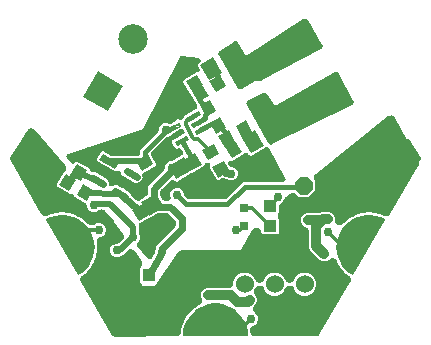
<source format=gbr>
G04 EAGLE Gerber RS-274X export*
G75*
%MOMM*%
%FSLAX34Y34*%
%LPD*%
%INTop Copper*%
%IPPOS*%
%AMOC8*
5,1,8,0,0,1.08239X$1,22.5*%
G01*
%ADD10R,0.800000X0.800000*%
%ADD11R,1.000000X1.100000*%
%ADD12R,1.100000X1.000000*%
%ADD13R,2.500000X2.500000*%
%ADD14C,2.500000*%
%ADD15R,1.300000X1.500000*%
%ADD16R,0.800000X0.500000*%
%ADD17R,1.554000X0.572000*%
%ADD18C,0.572000*%
%ADD19C,1.000000*%
%ADD20C,0.100000*%
%ADD21C,1.524000*%
%ADD22P,1.649562X8X22.500000*%
%ADD23C,0.756400*%
%ADD24C,0.812800*%
%ADD25C,0.304800*%
%ADD26C,0.508000*%
%ADD27C,0.406400*%
%ADD28C,0.609600*%
%ADD29C,0.297181*%

G36*
X-33506Y140D02*
X-33506Y140D01*
X-33438Y145D01*
X-33369Y143D01*
X-33154Y166D01*
X-32938Y182D01*
X-32871Y197D01*
X-32802Y205D01*
X-32592Y258D01*
X-32382Y304D01*
X-32317Y328D01*
X-32250Y345D01*
X-32050Y427D01*
X-31847Y502D01*
X-31787Y535D01*
X-31723Y561D01*
X-31536Y671D01*
X-31346Y773D01*
X-31291Y814D01*
X-31231Y849D01*
X-31062Y983D01*
X-30888Y1112D01*
X-30839Y1160D01*
X-30785Y1203D01*
X-30636Y1359D01*
X-30482Y1511D01*
X-30439Y1566D01*
X-30392Y1616D01*
X-30267Y1792D01*
X-30135Y1964D01*
X-30101Y2024D01*
X-30061Y2080D01*
X-29961Y2272D01*
X-29855Y2460D01*
X-29830Y2524D01*
X-29798Y2585D01*
X-29726Y2789D01*
X-29647Y2990D01*
X-29631Y3057D01*
X-29608Y3122D01*
X-29588Y3241D01*
X-29516Y3545D01*
X-29494Y3783D01*
X-29473Y3899D01*
X-29461Y4063D01*
X-29461Y4162D01*
X-29451Y4261D01*
X-29460Y4380D01*
X-29459Y4632D01*
X-29468Y4702D01*
X-29454Y4762D01*
X-29367Y5325D01*
X-29366Y5347D01*
X-29364Y5363D01*
X-29358Y5441D01*
X-29278Y5631D01*
X-29203Y5918D01*
X-29164Y6033D01*
X-28626Y8392D01*
X-28611Y8490D01*
X-28586Y8586D01*
X-28577Y8706D01*
X-28538Y8955D01*
X-28537Y9025D01*
X-28515Y9083D01*
X-28344Y9626D01*
X-28341Y9648D01*
X-28336Y9663D01*
X-28318Y9739D01*
X-28211Y9916D01*
X-28094Y10188D01*
X-28038Y10296D01*
X-27154Y12548D01*
X-27125Y12643D01*
X-27087Y12735D01*
X-27059Y12851D01*
X-26984Y13092D01*
X-26973Y13161D01*
X-26942Y13215D01*
X-26692Y13727D01*
X-26685Y13748D01*
X-26678Y13762D01*
X-26650Y13835D01*
X-26517Y13993D01*
X-26361Y14245D01*
X-26290Y14344D01*
X-25080Y16439D01*
X-25037Y16528D01*
X-24985Y16613D01*
X-24941Y16724D01*
X-24831Y16951D01*
X-24809Y17018D01*
X-24771Y17066D01*
X-24447Y17535D01*
X-24437Y17555D01*
X-24428Y17568D01*
X-24389Y17636D01*
X-24234Y17773D01*
X-24042Y17998D01*
X-23958Y18085D01*
X-22449Y19977D01*
X-22393Y20059D01*
X-22329Y20135D01*
X-22269Y20239D01*
X-22126Y20446D01*
X-22095Y20509D01*
X-22049Y20551D01*
X-21660Y20967D01*
X-21647Y20985D01*
X-21636Y20996D01*
X-21588Y21057D01*
X-21414Y21170D01*
X-21190Y21364D01*
X-21094Y21438D01*
X-19320Y23083D01*
X-19252Y23156D01*
X-19178Y23222D01*
X-19103Y23315D01*
X-18931Y23499D01*
X-18890Y23557D01*
X-18839Y23592D01*
X-18392Y23945D01*
X-18377Y23961D01*
X-18364Y23970D01*
X-18307Y24023D01*
X-18119Y24109D01*
X-17869Y24267D01*
X-17762Y24326D01*
X-15763Y25689D01*
X-15685Y25750D01*
X-15602Y25805D01*
X-15514Y25886D01*
X-15316Y26042D01*
X-15268Y26093D01*
X-15212Y26119D01*
X-14717Y26402D01*
X-14700Y26416D01*
X-14686Y26423D01*
X-14622Y26467D01*
X-14423Y26524D01*
X-14152Y26643D01*
X-14037Y26685D01*
X-13762Y26818D01*
X-13661Y26876D01*
X-13555Y26925D01*
X-13413Y27017D01*
X-13267Y27101D01*
X-13175Y27172D01*
X-13078Y27235D01*
X-12950Y27346D01*
X-12817Y27450D01*
X-12736Y27533D01*
X-12648Y27609D01*
X-12537Y27737D01*
X-12420Y27858D01*
X-12351Y27952D01*
X-12275Y28040D01*
X-12183Y28182D01*
X-12083Y28318D01*
X-12029Y28421D01*
X-11966Y28519D01*
X-11895Y28672D01*
X-11815Y28821D01*
X-11775Y28931D01*
X-11726Y29036D01*
X-11678Y29197D01*
X-11620Y29356D01*
X-11595Y29470D01*
X-11562Y29581D01*
X-11536Y29749D01*
X-11501Y29914D01*
X-11493Y30029D01*
X-11475Y30145D01*
X-11473Y30314D01*
X-11462Y30482D01*
X-11470Y30598D01*
X-11468Y30714D01*
X-11490Y30882D01*
X-11502Y31050D01*
X-11526Y31164D01*
X-11541Y31279D01*
X-11575Y31389D01*
X-11622Y31608D01*
X-11737Y31922D01*
X-11771Y32034D01*
X-12465Y33709D01*
X-12465Y36141D01*
X-11534Y38389D01*
X-9814Y40109D01*
X-7566Y41040D01*
X10872Y41040D01*
X11102Y41056D01*
X11332Y41066D01*
X11386Y41076D01*
X11441Y41080D01*
X11666Y41128D01*
X11892Y41170D01*
X11944Y41187D01*
X11998Y41199D01*
X12214Y41278D01*
X12432Y41351D01*
X12481Y41376D01*
X12533Y41395D01*
X12736Y41503D01*
X12942Y41606D01*
X12987Y41637D01*
X13035Y41663D01*
X13221Y41799D01*
X13411Y41930D01*
X13451Y41967D01*
X13495Y42000D01*
X13660Y42160D01*
X13829Y42316D01*
X13864Y42359D01*
X13904Y42397D01*
X14044Y42579D01*
X14190Y42757D01*
X14219Y42805D01*
X14252Y42848D01*
X14366Y43048D01*
X14486Y43245D01*
X14507Y43295D01*
X14534Y43343D01*
X14620Y43557D01*
X14710Y43768D01*
X14724Y43821D01*
X14745Y43872D01*
X14799Y44097D01*
X14859Y44318D01*
X14863Y44362D01*
X14879Y44426D01*
X14934Y44993D01*
X14931Y45059D01*
X14936Y45103D01*
X14936Y46374D01*
X16408Y49928D01*
X19128Y52648D01*
X22683Y54121D01*
X26530Y54121D01*
X30084Y52648D01*
X32805Y49928D01*
X33552Y48123D01*
X33604Y48020D01*
X33646Y47913D01*
X33731Y47766D01*
X33807Y47613D01*
X33872Y47518D01*
X33929Y47418D01*
X34034Y47284D01*
X34130Y47144D01*
X34208Y47059D01*
X34279Y46968D01*
X34401Y46850D01*
X34516Y46725D01*
X34605Y46652D01*
X34687Y46571D01*
X34825Y46471D01*
X34956Y46363D01*
X35055Y46303D01*
X35148Y46236D01*
X35298Y46156D01*
X35443Y46067D01*
X35549Y46022D01*
X35651Y45967D01*
X35810Y45909D01*
X35966Y45842D01*
X36078Y45812D01*
X36186Y45772D01*
X36352Y45737D01*
X36516Y45692D01*
X36630Y45678D01*
X36743Y45654D01*
X36913Y45642D01*
X37081Y45621D01*
X37197Y45623D01*
X37312Y45615D01*
X37481Y45627D01*
X37651Y45629D01*
X37765Y45647D01*
X37880Y45656D01*
X38046Y45691D01*
X38214Y45718D01*
X38325Y45751D01*
X38437Y45775D01*
X38597Y45834D01*
X38759Y45884D01*
X38864Y45932D01*
X38972Y45972D01*
X39121Y46052D01*
X39276Y46124D01*
X39373Y46187D01*
X39474Y46241D01*
X39611Y46342D01*
X39754Y46435D01*
X39840Y46510D01*
X39933Y46578D01*
X40055Y46697D01*
X40183Y46809D01*
X40259Y46896D01*
X40341Y46976D01*
X40445Y47111D01*
X40556Y47239D01*
X40619Y47336D01*
X40689Y47427D01*
X40744Y47529D01*
X40865Y47718D01*
X41005Y48019D01*
X41060Y48123D01*
X41808Y49928D01*
X44528Y52648D01*
X48083Y54121D01*
X51930Y54121D01*
X55484Y52648D01*
X58205Y49928D01*
X58952Y48123D01*
X59004Y48020D01*
X59046Y47913D01*
X59131Y47766D01*
X59207Y47613D01*
X59272Y47518D01*
X59329Y47418D01*
X59434Y47284D01*
X59530Y47144D01*
X59608Y47059D01*
X59679Y46968D01*
X59801Y46850D01*
X59916Y46725D01*
X60005Y46652D01*
X60087Y46571D01*
X60225Y46471D01*
X60356Y46363D01*
X60455Y46303D01*
X60548Y46236D01*
X60698Y46156D01*
X60843Y46067D01*
X60949Y46022D01*
X61051Y45967D01*
X61210Y45909D01*
X61366Y45842D01*
X61478Y45812D01*
X61586Y45772D01*
X61752Y45737D01*
X61916Y45692D01*
X62030Y45678D01*
X62143Y45654D01*
X62313Y45642D01*
X62481Y45621D01*
X62597Y45623D01*
X62712Y45615D01*
X62881Y45627D01*
X63051Y45629D01*
X63165Y45647D01*
X63280Y45656D01*
X63446Y45691D01*
X63614Y45718D01*
X63725Y45751D01*
X63837Y45775D01*
X63997Y45834D01*
X64159Y45884D01*
X64264Y45932D01*
X64372Y45972D01*
X64521Y46052D01*
X64676Y46124D01*
X64773Y46187D01*
X64874Y46241D01*
X65011Y46342D01*
X65154Y46435D01*
X65240Y46510D01*
X65333Y46578D01*
X65455Y46697D01*
X65583Y46809D01*
X65659Y46896D01*
X65741Y46976D01*
X65845Y47111D01*
X65956Y47239D01*
X66019Y47336D01*
X66089Y47427D01*
X66144Y47529D01*
X66265Y47718D01*
X66405Y48019D01*
X66460Y48123D01*
X67208Y49928D01*
X69928Y52648D01*
X73483Y54121D01*
X77330Y54121D01*
X80884Y52648D01*
X83605Y49928D01*
X85077Y46374D01*
X85077Y42526D01*
X83605Y38972D01*
X80884Y36252D01*
X77330Y34779D01*
X73483Y34779D01*
X69928Y36252D01*
X67208Y38972D01*
X66460Y40777D01*
X66409Y40880D01*
X66366Y40987D01*
X66282Y41135D01*
X66206Y41287D01*
X66140Y41382D01*
X66083Y41482D01*
X65979Y41616D01*
X65883Y41756D01*
X65805Y41841D01*
X65734Y41932D01*
X65612Y42050D01*
X65497Y42175D01*
X65408Y42249D01*
X65325Y42329D01*
X65188Y42429D01*
X65056Y42537D01*
X64958Y42597D01*
X64865Y42664D01*
X64715Y42744D01*
X64569Y42833D01*
X64464Y42878D01*
X64362Y42933D01*
X64202Y42991D01*
X64046Y43058D01*
X63935Y43088D01*
X63827Y43128D01*
X63660Y43163D01*
X63496Y43208D01*
X63382Y43222D01*
X63269Y43246D01*
X63100Y43258D01*
X62931Y43279D01*
X62816Y43277D01*
X62701Y43285D01*
X62531Y43273D01*
X62361Y43270D01*
X62248Y43253D01*
X62132Y43244D01*
X61966Y43209D01*
X61798Y43182D01*
X61688Y43149D01*
X61575Y43125D01*
X61416Y43066D01*
X61253Y43016D01*
X61149Y42968D01*
X61041Y42928D01*
X60891Y42848D01*
X60737Y42776D01*
X60640Y42713D01*
X60539Y42659D01*
X60401Y42558D01*
X60259Y42465D01*
X60172Y42390D01*
X60079Y42322D01*
X59958Y42203D01*
X59829Y42091D01*
X59754Y42004D01*
X59671Y41924D01*
X59568Y41789D01*
X59456Y41661D01*
X59394Y41564D01*
X59323Y41473D01*
X59269Y41371D01*
X59147Y41182D01*
X59008Y40881D01*
X58952Y40777D01*
X58205Y38972D01*
X55484Y36252D01*
X51930Y34779D01*
X48083Y34779D01*
X44528Y36252D01*
X41808Y38972D01*
X41060Y40777D01*
X41009Y40880D01*
X40966Y40987D01*
X40882Y41135D01*
X40806Y41287D01*
X40740Y41382D01*
X40683Y41482D01*
X40579Y41616D01*
X40483Y41756D01*
X40405Y41841D01*
X40334Y41932D01*
X40212Y42050D01*
X40097Y42175D01*
X40008Y42249D01*
X39925Y42329D01*
X39788Y42429D01*
X39656Y42537D01*
X39558Y42597D01*
X39465Y42664D01*
X39315Y42744D01*
X39169Y42833D01*
X39063Y42878D01*
X38962Y42933D01*
X38802Y42991D01*
X38646Y43058D01*
X38535Y43088D01*
X38427Y43128D01*
X38261Y43163D01*
X38096Y43208D01*
X37982Y43222D01*
X37869Y43246D01*
X37700Y43258D01*
X37531Y43279D01*
X37416Y43277D01*
X37301Y43285D01*
X37131Y43273D01*
X36961Y43270D01*
X36848Y43253D01*
X36732Y43244D01*
X36566Y43209D01*
X36398Y43182D01*
X36288Y43149D01*
X36175Y43125D01*
X36016Y43066D01*
X35853Y43016D01*
X35749Y42968D01*
X35641Y42928D01*
X35491Y42848D01*
X35337Y42776D01*
X35240Y42713D01*
X35139Y42659D01*
X35002Y42558D01*
X34859Y42465D01*
X34772Y42390D01*
X34679Y42322D01*
X34557Y42203D01*
X34429Y42091D01*
X34354Y42004D01*
X34271Y41924D01*
X34167Y41789D01*
X34056Y41661D01*
X33994Y41564D01*
X33923Y41473D01*
X33869Y41371D01*
X33747Y41182D01*
X33608Y40881D01*
X33552Y40777D01*
X32820Y39009D01*
X32819Y39006D01*
X32818Y39004D01*
X32730Y38740D01*
X32639Y38468D01*
X32639Y38466D01*
X32638Y38463D01*
X32586Y38180D01*
X32536Y37908D01*
X32536Y37905D01*
X32535Y37902D01*
X32524Y37615D01*
X32512Y37339D01*
X32512Y37336D01*
X32512Y37333D01*
X32540Y37053D01*
X32568Y36772D01*
X32569Y36769D01*
X32569Y36766D01*
X32636Y36495D01*
X32703Y36218D01*
X32704Y36215D01*
X32705Y36213D01*
X32809Y35951D01*
X32914Y35689D01*
X32915Y35686D01*
X32916Y35684D01*
X33051Y35450D01*
X33197Y35194D01*
X33199Y35192D01*
X33200Y35189D01*
X33208Y35180D01*
X33546Y34744D01*
X33646Y34647D01*
X33701Y34581D01*
X33820Y34462D01*
X34750Y32214D01*
X34750Y29782D01*
X33820Y27534D01*
X32804Y26518D01*
X32803Y26518D01*
X32707Y26422D01*
X32594Y26291D01*
X32473Y26167D01*
X32407Y26077D01*
X32334Y25992D01*
X32240Y25847D01*
X32137Y25707D01*
X32085Y25608D01*
X32024Y25514D01*
X31951Y25357D01*
X31869Y25204D01*
X31831Y25099D01*
X31784Y24997D01*
X31734Y24831D01*
X31674Y24669D01*
X31651Y24559D01*
X31619Y24452D01*
X31592Y24281D01*
X31556Y24111D01*
X31548Y23999D01*
X31531Y23889D01*
X31529Y23716D01*
X31517Y23543D01*
X31525Y23431D01*
X31523Y23319D01*
X31545Y23147D01*
X31558Y22975D01*
X31581Y22865D01*
X31595Y22754D01*
X31641Y22587D01*
X31677Y22418D01*
X31716Y22312D01*
X31746Y22204D01*
X31814Y22045D01*
X31874Y21883D01*
X31927Y21784D01*
X31971Y21681D01*
X32062Y21533D01*
X32143Y21381D01*
X32210Y21290D01*
X32268Y21195D01*
X32378Y21061D01*
X32481Y20921D01*
X32559Y20841D01*
X32630Y20754D01*
X32758Y20637D01*
X32879Y20514D01*
X32967Y20445D01*
X33050Y20369D01*
X33193Y20271D01*
X33318Y20174D01*
X35107Y18385D01*
X35995Y16241D01*
X35995Y13921D01*
X35107Y11777D01*
X33466Y10136D01*
X31560Y9347D01*
X31405Y9269D01*
X31246Y9201D01*
X31150Y9142D01*
X31050Y9092D01*
X30908Y8994D01*
X30759Y8904D01*
X30673Y8832D01*
X30581Y8769D01*
X30453Y8652D01*
X30319Y8541D01*
X30244Y8459D01*
X30162Y8383D01*
X30052Y8249D01*
X29934Y8121D01*
X29871Y8029D01*
X29800Y7943D01*
X29710Y7795D01*
X29612Y7652D01*
X29562Y7552D01*
X29504Y7456D01*
X29436Y7297D01*
X29358Y7141D01*
X29323Y7035D01*
X29279Y6933D01*
X29233Y6765D01*
X29179Y6601D01*
X29159Y6491D01*
X29129Y6383D01*
X29108Y6211D01*
X29076Y6040D01*
X29072Y5928D01*
X29058Y5818D01*
X29060Y5644D01*
X29054Y5471D01*
X29064Y5387D01*
X29066Y5248D01*
X29152Y4698D01*
X29154Y4689D01*
X29161Y4654D01*
X29159Y4626D01*
X29159Y4614D01*
X29158Y4603D01*
X29171Y4329D01*
X29183Y4056D01*
X29185Y4045D01*
X29185Y4034D01*
X29237Y3764D01*
X29286Y3496D01*
X29290Y3485D01*
X29292Y3474D01*
X29381Y3213D01*
X29467Y2956D01*
X29472Y2946D01*
X29476Y2935D01*
X29601Y2687D01*
X29722Y2446D01*
X29728Y2437D01*
X29733Y2426D01*
X29891Y2200D01*
X30045Y1977D01*
X30053Y1969D01*
X30059Y1959D01*
X30247Y1757D01*
X30431Y1558D01*
X30440Y1550D01*
X30447Y1542D01*
X30659Y1370D01*
X30872Y1196D01*
X30881Y1190D01*
X30890Y1183D01*
X31123Y1044D01*
X31358Y900D01*
X31369Y896D01*
X31379Y890D01*
X31630Y784D01*
X31882Y676D01*
X31893Y673D01*
X31903Y668D01*
X32170Y597D01*
X32432Y526D01*
X32443Y525D01*
X32454Y522D01*
X32501Y517D01*
X32997Y455D01*
X33149Y457D01*
X33239Y449D01*
X66950Y605D01*
X66959Y567D01*
X66968Y496D01*
X66982Y471D01*
X66988Y444D01*
X67031Y386D01*
X67067Y324D01*
X67089Y306D01*
X67106Y284D01*
X67168Y247D01*
X67225Y204D01*
X67253Y197D01*
X67277Y182D01*
X67377Y165D01*
X67418Y155D01*
X67429Y157D01*
X67441Y155D01*
X86441Y155D01*
X86517Y170D01*
X86595Y179D01*
X86614Y190D01*
X86636Y194D01*
X86700Y238D01*
X86768Y276D01*
X86784Y296D01*
X86800Y307D01*
X86824Y344D01*
X86874Y405D01*
X87521Y1528D01*
X87697Y1658D01*
X87699Y1660D01*
X87701Y1661D01*
X87890Y1848D01*
X88104Y2057D01*
X88105Y2059D01*
X88107Y2060D01*
X88454Y2513D01*
X88519Y2629D01*
X88567Y2695D01*
X114035Y46084D01*
X114077Y46168D01*
X114126Y46248D01*
X114203Y46423D01*
X114288Y46595D01*
X114318Y46684D01*
X114355Y46770D01*
X114407Y46954D01*
X114468Y47136D01*
X114484Y47228D01*
X114510Y47318D01*
X114535Y47508D01*
X114570Y47696D01*
X114573Y47790D01*
X114586Y47883D01*
X114585Y48074D01*
X114592Y48266D01*
X114583Y48359D01*
X114582Y48452D01*
X114554Y48642D01*
X114535Y48833D01*
X114512Y48924D01*
X114499Y49016D01*
X114445Y49199D01*
X114399Y49386D01*
X114364Y49473D01*
X114337Y49563D01*
X114258Y49736D01*
X114187Y49915D01*
X114140Y49996D01*
X114101Y50081D01*
X113998Y50242D01*
X113903Y50409D01*
X113845Y50482D01*
X113795Y50561D01*
X113670Y50707D01*
X113552Y50858D01*
X113485Y50923D01*
X113424Y50994D01*
X113331Y51072D01*
X113142Y51254D01*
X112912Y51421D01*
X112818Y51499D01*
X112136Y51964D01*
X112050Y52014D01*
X111970Y52072D01*
X111862Y52124D01*
X111644Y52251D01*
X111579Y52278D01*
X111534Y52320D01*
X111090Y52677D01*
X111071Y52688D01*
X111059Y52698D01*
X110994Y52742D01*
X110869Y52907D01*
X110658Y53116D01*
X110578Y53206D01*
X108802Y54853D01*
X108725Y54915D01*
X108653Y54984D01*
X108555Y55052D01*
X108358Y55210D01*
X108298Y55246D01*
X108259Y55294D01*
X107873Y55713D01*
X107856Y55727D01*
X107846Y55739D01*
X107789Y55792D01*
X107689Y55974D01*
X107512Y56211D01*
X107446Y56313D01*
X105935Y58206D01*
X105868Y58279D01*
X105808Y58358D01*
X105720Y58440D01*
X105550Y58625D01*
X105496Y58670D01*
X105465Y58723D01*
X105146Y59195D01*
X105131Y59212D01*
X105122Y59225D01*
X105074Y59286D01*
X105002Y59480D01*
X104863Y59741D01*
X104813Y59852D01*
X103601Y61949D01*
X103546Y62031D01*
X103498Y62118D01*
X103423Y62212D01*
X103282Y62421D01*
X103235Y62473D01*
X103212Y62531D01*
X102967Y63045D01*
X102955Y63064D01*
X102949Y63078D01*
X102910Y63145D01*
X102868Y63348D01*
X102795Y63555D01*
X102766Y63658D01*
X102748Y63702D01*
X102735Y63745D01*
X102714Y63801D01*
X102689Y63852D01*
X102677Y63885D01*
X102632Y63971D01*
X102623Y63990D01*
X102541Y64182D01*
X102501Y64246D01*
X102468Y64315D01*
X102353Y64489D01*
X102244Y64668D01*
X102195Y64727D01*
X102154Y64790D01*
X102015Y64946D01*
X101882Y65108D01*
X101826Y65159D01*
X101775Y65216D01*
X101616Y65352D01*
X101462Y65493D01*
X101399Y65536D01*
X101341Y65585D01*
X101165Y65697D01*
X100992Y65816D01*
X100924Y65850D01*
X100860Y65890D01*
X100670Y65976D01*
X100482Y66069D01*
X100410Y66094D01*
X100341Y66125D01*
X100140Y66183D01*
X99941Y66249D01*
X99867Y66263D01*
X99794Y66284D01*
X99587Y66314D01*
X99381Y66352D01*
X99305Y66355D01*
X99230Y66366D01*
X99021Y66366D01*
X98812Y66375D01*
X98736Y66367D01*
X98660Y66368D01*
X98453Y66339D01*
X98245Y66318D01*
X98171Y66300D01*
X98096Y66290D01*
X97894Y66232D01*
X97691Y66183D01*
X97621Y66154D01*
X97548Y66133D01*
X97356Y66049D01*
X97162Y65971D01*
X97096Y65933D01*
X97027Y65902D01*
X96850Y65792D01*
X96668Y65687D01*
X96621Y65649D01*
X96544Y65600D01*
X96107Y65234D01*
X96081Y65204D01*
X96059Y65187D01*
X95539Y64666D01*
X93291Y63735D01*
X90859Y63735D01*
X88611Y64666D01*
X79747Y73530D01*
X78817Y75777D01*
X78817Y88994D01*
X78816Y88997D01*
X78817Y89000D01*
X78797Y89273D01*
X78777Y89562D01*
X78776Y89565D01*
X78776Y89568D01*
X78716Y89845D01*
X78657Y90120D01*
X78657Y90122D01*
X78656Y90125D01*
X78559Y90389D01*
X78462Y90655D01*
X78460Y90657D01*
X78459Y90660D01*
X78336Y90890D01*
X78193Y91157D01*
X78191Y91159D01*
X78190Y91162D01*
X78020Y91394D01*
X77856Y91617D01*
X77855Y91619D01*
X77853Y91621D01*
X77660Y91819D01*
X77459Y92025D01*
X77457Y92027D01*
X77455Y92029D01*
X77234Y92200D01*
X77008Y92374D01*
X77006Y92375D01*
X77004Y92377D01*
X76992Y92383D01*
X76513Y92656D01*
X76383Y92708D01*
X76308Y92748D01*
X75118Y93241D01*
X73397Y94961D01*
X72467Y97209D01*
X72467Y99641D01*
X73397Y101889D01*
X75118Y103609D01*
X77365Y104540D01*
X85942Y104540D01*
X86060Y104548D01*
X86178Y104547D01*
X86343Y104568D01*
X86510Y104580D01*
X86626Y104604D01*
X86743Y104619D01*
X86852Y104653D01*
X87068Y104699D01*
X87386Y104815D01*
X87497Y104849D01*
X89699Y105761D01*
X96100Y105761D01*
X98347Y104830D01*
X100068Y103110D01*
X100999Y100863D01*
X100999Y98526D01*
X101001Y98488D01*
X100999Y98449D01*
X101021Y98204D01*
X101038Y97957D01*
X101046Y97920D01*
X101050Y97882D01*
X101106Y97642D01*
X101158Y97400D01*
X101171Y97364D01*
X101179Y97327D01*
X101268Y97097D01*
X101353Y96865D01*
X101371Y96831D01*
X101385Y96796D01*
X101505Y96581D01*
X101622Y96363D01*
X101645Y96332D01*
X101663Y96298D01*
X101813Y96102D01*
X101959Y95903D01*
X101985Y95875D01*
X102008Y95845D01*
X102184Y95671D01*
X102356Y95494D01*
X102386Y95471D01*
X102413Y95444D01*
X102612Y95297D01*
X102807Y95146D01*
X102840Y95127D01*
X102870Y95104D01*
X103087Y94986D01*
X103302Y94863D01*
X103337Y94849D01*
X103371Y94831D01*
X103601Y94745D01*
X103831Y94653D01*
X103868Y94644D01*
X103904Y94631D01*
X104145Y94577D01*
X104385Y94519D01*
X104423Y94515D01*
X104460Y94507D01*
X104706Y94488D01*
X104952Y94464D01*
X104990Y94466D01*
X105028Y94463D01*
X105275Y94478D01*
X105521Y94489D01*
X105559Y94495D01*
X105597Y94498D01*
X105839Y94547D01*
X106082Y94593D01*
X106118Y94605D01*
X106155Y94612D01*
X106388Y94695D01*
X106622Y94774D01*
X106656Y94791D01*
X106692Y94804D01*
X106735Y94826D01*
X106736Y94827D01*
X106756Y94837D01*
X106911Y94918D01*
X107131Y95029D01*
X107163Y95051D01*
X107196Y95068D01*
X107222Y95088D01*
X107238Y95096D01*
X107384Y95203D01*
X107600Y95353D01*
X107650Y95399D01*
X107697Y95434D01*
X107756Y95494D01*
X107824Y95546D01*
X107831Y95552D01*
X107924Y95652D01*
X108019Y95739D01*
X108106Y95846D01*
X108221Y95968D01*
X108234Y95988D01*
X108246Y96000D01*
X108295Y96061D01*
X108468Y96173D01*
X108692Y96367D01*
X108788Y96441D01*
X110563Y98089D01*
X110631Y98162D01*
X110705Y98228D01*
X110780Y98321D01*
X110953Y98505D01*
X110993Y98562D01*
X111044Y98597D01*
X111491Y98950D01*
X111506Y98967D01*
X111519Y98976D01*
X111576Y99029D01*
X111764Y99115D01*
X112014Y99274D01*
X112121Y99332D01*
X114121Y100697D01*
X114199Y100758D01*
X114282Y100813D01*
X114371Y100894D01*
X114568Y101050D01*
X114617Y101101D01*
X114672Y101128D01*
X115167Y101410D01*
X115185Y101424D01*
X115198Y101432D01*
X115263Y101476D01*
X115462Y101532D01*
X115732Y101652D01*
X115847Y101694D01*
X118028Y102745D01*
X118115Y102794D01*
X118205Y102836D01*
X118304Y102903D01*
X118523Y103028D01*
X118578Y103071D01*
X118637Y103089D01*
X119169Y103295D01*
X119188Y103306D01*
X119203Y103311D01*
X119273Y103345D01*
X119478Y103371D01*
X119764Y103449D01*
X119883Y103474D01*
X122197Y104188D01*
X122290Y104224D01*
X122385Y104251D01*
X122493Y104303D01*
X122728Y104394D01*
X122789Y104428D01*
X122850Y104438D01*
X123406Y104562D01*
X123427Y104570D01*
X123442Y104573D01*
X123517Y104596D01*
X123724Y104591D01*
X124018Y104626D01*
X124139Y104632D01*
X126534Y104994D01*
X126631Y105016D01*
X126729Y105028D01*
X126844Y105063D01*
X127090Y105118D01*
X127156Y105143D01*
X127217Y105143D01*
X127786Y105183D01*
X127807Y105188D01*
X127823Y105189D01*
X127900Y105200D01*
X128104Y105165D01*
X128400Y105155D01*
X128521Y105144D01*
X130943Y105144D01*
X131042Y105151D01*
X131141Y105149D01*
X131259Y105167D01*
X131511Y105184D01*
X131580Y105199D01*
X131641Y105190D01*
X132209Y105145D01*
X132231Y105146D01*
X132246Y105145D01*
X132324Y105145D01*
X132521Y105079D01*
X132812Y105026D01*
X132930Y104996D01*
X135325Y104636D01*
X135423Y104628D01*
X135521Y104611D01*
X135641Y104611D01*
X135893Y104591D01*
X135963Y104595D01*
X136021Y104577D01*
X136576Y104448D01*
X136599Y104446D01*
X136614Y104442D01*
X136691Y104430D01*
X136875Y104336D01*
X137155Y104240D01*
X137267Y104193D01*
X139582Y103480D01*
X139678Y103458D01*
X139773Y103426D01*
X139891Y103408D01*
X140137Y103351D01*
X140207Y103345D01*
X140262Y103318D01*
X140792Y103107D01*
X140813Y103102D01*
X140828Y103096D01*
X140902Y103073D01*
X141071Y102953D01*
X141333Y102816D01*
X141437Y102753D01*
X142634Y102176D01*
X142693Y102153D01*
X142749Y102124D01*
X142958Y102048D01*
X143164Y101966D01*
X143225Y101951D01*
X143285Y101930D01*
X143502Y101884D01*
X143718Y101832D01*
X143781Y101825D01*
X143842Y101813D01*
X144063Y101798D01*
X144285Y101776D01*
X144348Y101779D01*
X144411Y101775D01*
X144632Y101791D01*
X144854Y101800D01*
X144916Y101812D01*
X144979Y101817D01*
X145196Y101864D01*
X145414Y101904D01*
X145474Y101924D01*
X145536Y101938D01*
X145744Y102015D01*
X145954Y102085D01*
X146011Y102114D01*
X146070Y102135D01*
X146265Y102241D01*
X146464Y102340D01*
X146516Y102376D01*
X146572Y102406D01*
X146751Y102538D01*
X146933Y102664D01*
X146979Y102707D01*
X147030Y102744D01*
X147189Y102900D01*
X147352Y103050D01*
X147392Y103099D01*
X147437Y103143D01*
X147507Y103239D01*
X147713Y103491D01*
X147832Y103687D01*
X147900Y103781D01*
X171700Y144329D01*
X171811Y144552D01*
X171926Y144774D01*
X171938Y144808D01*
X171953Y144839D01*
X172032Y145076D01*
X172115Y145312D01*
X172122Y145347D01*
X172133Y145380D01*
X172177Y145626D01*
X172226Y145871D01*
X172228Y145906D01*
X172235Y145941D01*
X172245Y146190D01*
X172259Y146440D01*
X172256Y146475D01*
X172257Y146510D01*
X172232Y146759D01*
X172211Y147007D01*
X172204Y147042D01*
X172200Y147077D01*
X172140Y147321D01*
X172085Y147563D01*
X172074Y147590D01*
X172064Y147630D01*
X171987Y147822D01*
X173474Y150405D01*
X173484Y150436D01*
X173493Y150449D01*
X173497Y150474D01*
X173498Y150477D01*
X173529Y150548D01*
X173530Y150571D01*
X173537Y150593D01*
X173531Y150670D01*
X173532Y150747D01*
X173523Y150771D01*
X173521Y150792D01*
X173501Y150831D01*
X173474Y150903D01*
X163974Y167403D01*
X163955Y167425D01*
X163943Y167451D01*
X163890Y167499D01*
X163842Y167552D01*
X163816Y167565D01*
X163795Y167584D01*
X163727Y167607D01*
X163663Y167638D01*
X163634Y167639D01*
X163607Y167649D01*
X163536Y167644D01*
X163464Y167647D01*
X163437Y167637D01*
X163408Y167635D01*
X163318Y167593D01*
X163278Y167578D01*
X163270Y167570D01*
X163258Y167565D01*
X162005Y166700D01*
X152213Y185132D01*
X152202Y185149D01*
X152194Y185168D01*
X152051Y185392D01*
X151911Y185616D01*
X151898Y185631D01*
X151887Y185648D01*
X151714Y185849D01*
X151544Y186052D01*
X151529Y186065D01*
X151516Y186080D01*
X151318Y186255D01*
X151120Y186432D01*
X151104Y186444D01*
X151089Y186457D01*
X150868Y186602D01*
X150647Y186750D01*
X150629Y186759D01*
X150612Y186770D01*
X150374Y186882D01*
X150134Y186998D01*
X150115Y187005D01*
X150097Y187013D01*
X149844Y187091D01*
X149592Y187172D01*
X149572Y187176D01*
X149553Y187182D01*
X149291Y187224D01*
X149030Y187269D01*
X149010Y187270D01*
X148990Y187273D01*
X148725Y187278D01*
X148461Y187286D01*
X148441Y187284D01*
X148421Y187284D01*
X148158Y187252D01*
X147895Y187223D01*
X147875Y187218D01*
X147855Y187216D01*
X147599Y187147D01*
X147343Y187082D01*
X147324Y187074D01*
X147305Y187069D01*
X147060Y186965D01*
X146816Y186865D01*
X146799Y186854D01*
X146780Y186846D01*
X146720Y186808D01*
X146325Y186576D01*
X146196Y186474D01*
X146115Y186422D01*
X84578Y138113D01*
X84439Y137986D01*
X84293Y137866D01*
X84228Y137795D01*
X84156Y137730D01*
X84035Y137585D01*
X83908Y137446D01*
X83853Y137367D01*
X83791Y137293D01*
X83692Y137132D01*
X83585Y136977D01*
X83542Y136890D01*
X83491Y136808D01*
X83415Y136635D01*
X83331Y136466D01*
X83301Y136375D01*
X83262Y136286D01*
X83211Y136105D01*
X83152Y135926D01*
X83134Y135831D01*
X83108Y135738D01*
X83083Y135551D01*
X83049Y135365D01*
X83045Y135269D01*
X83032Y135173D01*
X83034Y134985D01*
X83026Y134796D01*
X83036Y134700D01*
X83036Y134603D01*
X83064Y134417D01*
X83083Y134229D01*
X83106Y134135D01*
X83120Y134040D01*
X83174Y133859D01*
X83218Y133676D01*
X83254Y133586D01*
X83282Y133493D01*
X83360Y133321D01*
X83430Y133147D01*
X83478Y133063D01*
X83518Y132975D01*
X83620Y132816D01*
X83714Y132652D01*
X83761Y132595D01*
X83825Y132495D01*
X84196Y132062D01*
X84207Y132052D01*
X84214Y132043D01*
X84464Y131794D01*
X84464Y123782D01*
X78799Y118117D01*
X70787Y118117D01*
X68199Y120706D01*
X67995Y120883D01*
X67790Y121064D01*
X67779Y121071D01*
X67769Y121080D01*
X67540Y121228D01*
X67314Y121377D01*
X67302Y121382D01*
X67291Y121389D01*
X67043Y121504D01*
X66798Y121620D01*
X66786Y121624D01*
X66774Y121629D01*
X66513Y121708D01*
X66254Y121789D01*
X66241Y121791D01*
X66228Y121794D01*
X65961Y121836D01*
X65692Y121879D01*
X65678Y121880D01*
X65665Y121882D01*
X65394Y121885D01*
X65122Y121891D01*
X65109Y121889D01*
X65096Y121889D01*
X64825Y121855D01*
X64556Y121822D01*
X64544Y121819D01*
X64530Y121817D01*
X64268Y121746D01*
X64006Y121676D01*
X63994Y121670D01*
X63981Y121667D01*
X63733Y121560D01*
X63481Y121453D01*
X63472Y121447D01*
X63458Y121441D01*
X62971Y121144D01*
X62880Y121069D01*
X62817Y121029D01*
X59249Y118228D01*
X59192Y118177D01*
X59131Y118132D01*
X58982Y117986D01*
X58827Y117846D01*
X58778Y117787D01*
X58723Y117734D01*
X58596Y117568D01*
X58462Y117408D01*
X58422Y117343D01*
X58375Y117283D01*
X58318Y117175D01*
X58162Y116923D01*
X58061Y116693D01*
X58004Y116587D01*
X57332Y114965D01*
X55618Y113250D01*
X55616Y113250D01*
X55614Y113248D01*
X55612Y113247D01*
X55380Y113087D01*
X55147Y112926D01*
X55145Y112925D01*
X55143Y112923D01*
X54929Y112726D01*
X54728Y112541D01*
X54726Y112539D01*
X54724Y112537D01*
X54540Y112312D01*
X54366Y112100D01*
X54365Y112098D01*
X54363Y112096D01*
X54215Y111852D01*
X54070Y111613D01*
X54069Y111611D01*
X54068Y111609D01*
X53953Y111342D01*
X53845Y111090D01*
X53844Y111087D01*
X53843Y111085D01*
X53769Y110810D01*
X53695Y110540D01*
X53695Y110538D01*
X53694Y110535D01*
X53693Y110521D01*
X53624Y109975D01*
X53626Y109835D01*
X53618Y109750D01*
X53618Y105532D01*
X53101Y104283D01*
X53060Y104195D01*
X52957Y103988D01*
X52940Y103937D01*
X52917Y103888D01*
X52850Y103667D01*
X52777Y103448D01*
X52768Y103394D01*
X52752Y103343D01*
X52717Y103115D01*
X52675Y102887D01*
X52673Y102833D01*
X52665Y102780D01*
X52662Y102549D01*
X52652Y102318D01*
X52658Y102264D01*
X52657Y102210D01*
X52686Y101981D01*
X52709Y101751D01*
X52722Y101698D01*
X52729Y101645D01*
X52790Y101422D01*
X52845Y101197D01*
X52865Y101147D01*
X52879Y101095D01*
X52971Y100883D01*
X53057Y100668D01*
X53084Y100622D01*
X53105Y100572D01*
X53123Y100543D01*
X53618Y99348D01*
X53618Y88532D01*
X53306Y87778D01*
X52729Y87202D01*
X51975Y86889D01*
X40159Y86889D01*
X39406Y87202D01*
X38829Y87778D01*
X38503Y88564D01*
X38488Y88680D01*
X38477Y88848D01*
X38452Y88962D01*
X38437Y89079D01*
X38392Y89241D01*
X38357Y89405D01*
X38317Y89515D01*
X38286Y89628D01*
X38219Y89782D01*
X38162Y89940D01*
X38106Y90044D01*
X38060Y90151D01*
X37972Y90294D01*
X37893Y90442D01*
X37824Y90537D01*
X37762Y90637D01*
X37655Y90767D01*
X37556Y90902D01*
X37475Y90986D01*
X37400Y91077D01*
X37276Y91190D01*
X37159Y91310D01*
X37066Y91382D01*
X36979Y91462D01*
X36841Y91557D01*
X36708Y91659D01*
X36606Y91717D01*
X36509Y91784D01*
X36359Y91858D01*
X36213Y91941D01*
X36104Y91985D01*
X35999Y92037D01*
X35840Y92090D01*
X35684Y92152D01*
X35570Y92179D01*
X35458Y92216D01*
X35293Y92246D01*
X35130Y92286D01*
X35013Y92297D01*
X34898Y92318D01*
X34730Y92325D01*
X34563Y92341D01*
X34445Y92336D01*
X34328Y92340D01*
X34162Y92324D01*
X33994Y92316D01*
X33878Y92295D01*
X33761Y92283D01*
X33598Y92243D01*
X33433Y92212D01*
X33322Y92175D01*
X33208Y92147D01*
X33052Y92084D01*
X32893Y92031D01*
X32788Y91978D01*
X32679Y91935D01*
X32534Y91851D01*
X32384Y91776D01*
X32287Y91709D01*
X32185Y91651D01*
X32053Y91548D01*
X31915Y91452D01*
X31829Y91372D01*
X31736Y91300D01*
X31619Y91180D01*
X31496Y91066D01*
X31422Y90975D01*
X31340Y90890D01*
X31276Y90796D01*
X31135Y90625D01*
X30960Y90336D01*
X30894Y90240D01*
X21741Y73628D01*
X-28616Y73119D01*
X-28747Y73109D01*
X-28878Y73108D01*
X-29031Y73086D01*
X-29184Y73074D01*
X-29312Y73045D01*
X-29442Y73026D01*
X-29590Y72983D01*
X-29740Y72949D01*
X-29863Y72903D01*
X-29989Y72866D01*
X-30129Y72802D01*
X-30273Y72748D01*
X-30388Y72685D01*
X-30508Y72630D01*
X-30638Y72548D01*
X-30773Y72474D01*
X-30878Y72395D01*
X-30989Y72325D01*
X-31106Y72225D01*
X-31229Y72133D01*
X-31322Y72040D01*
X-31422Y71955D01*
X-31492Y71872D01*
X-31633Y71731D01*
X-31860Y71433D01*
X-31928Y71351D01*
X-51356Y42957D01*
X-62612Y42957D01*
X-62612Y43050D01*
X-62616Y43110D01*
X-62614Y43170D01*
X-62636Y43394D01*
X-62652Y43618D01*
X-62664Y43677D01*
X-62670Y43737D01*
X-62724Y43956D01*
X-62771Y44175D01*
X-62791Y44232D01*
X-62806Y44291D01*
X-62889Y44499D01*
X-62967Y44710D01*
X-62995Y44764D01*
X-63018Y44820D01*
X-63129Y45015D01*
X-63235Y45213D01*
X-63271Y45262D01*
X-63301Y45314D01*
X-63346Y45368D01*
X-63728Y46290D01*
X-63728Y58106D01*
X-63357Y59002D01*
X-63240Y59193D01*
X-63118Y59382D01*
X-63093Y59437D01*
X-63062Y59488D01*
X-62973Y59694D01*
X-62879Y59899D01*
X-62861Y59956D01*
X-62837Y60012D01*
X-62779Y60229D01*
X-62713Y60444D01*
X-62704Y60504D01*
X-62688Y60562D01*
X-62677Y60679D01*
X-62626Y61007D01*
X-62623Y61232D01*
X-62612Y61347D01*
X-62612Y62706D01*
X-62631Y62974D01*
X-62647Y63241D01*
X-62651Y63258D01*
X-62652Y63275D01*
X-62708Y63537D01*
X-62761Y63799D01*
X-62767Y63815D01*
X-62771Y63832D01*
X-62863Y64084D01*
X-62953Y64336D01*
X-62960Y64348D01*
X-62967Y64367D01*
X-63235Y64869D01*
X-63302Y64961D01*
X-63338Y65024D01*
X-68406Y72323D01*
X-68420Y72340D01*
X-68432Y72360D01*
X-68599Y72563D01*
X-68763Y72767D01*
X-68780Y72782D01*
X-68794Y72800D01*
X-68987Y72977D01*
X-69179Y73157D01*
X-69198Y73170D01*
X-69214Y73185D01*
X-69430Y73333D01*
X-69645Y73484D01*
X-69665Y73495D01*
X-69684Y73508D01*
X-69918Y73624D01*
X-70152Y73744D01*
X-70174Y73751D01*
X-70194Y73761D01*
X-70441Y73844D01*
X-70691Y73930D01*
X-70713Y73934D01*
X-70734Y73941D01*
X-70992Y73988D01*
X-71250Y74038D01*
X-71273Y74040D01*
X-71295Y74044D01*
X-71558Y74054D01*
X-71819Y74068D01*
X-71842Y74066D01*
X-71864Y74067D01*
X-72126Y74040D01*
X-72387Y74017D01*
X-72409Y74012D01*
X-72431Y74010D01*
X-72684Y73948D01*
X-72942Y73888D01*
X-72963Y73880D01*
X-72985Y73874D01*
X-73227Y73777D01*
X-73473Y73682D01*
X-73493Y73671D01*
X-73514Y73663D01*
X-73741Y73532D01*
X-73970Y73404D01*
X-73988Y73390D01*
X-74008Y73379D01*
X-74067Y73331D01*
X-74424Y73059D01*
X-74542Y72940D01*
X-74617Y72878D01*
X-76499Y70996D01*
X-78362Y69133D01*
X-78682Y69001D01*
X-78787Y68948D01*
X-78897Y68904D01*
X-79042Y68821D01*
X-79192Y68746D01*
X-79289Y68679D01*
X-79391Y68621D01*
X-79479Y68548D01*
X-79661Y68423D01*
X-79910Y68194D01*
X-80000Y68120D01*
X-80040Y68080D01*
X-82184Y67192D01*
X-84504Y67192D01*
X-86648Y68080D01*
X-88288Y69721D01*
X-89176Y71865D01*
X-89176Y74185D01*
X-88288Y76329D01*
X-86648Y77970D01*
X-84504Y78858D01*
X-83305Y78858D01*
X-83245Y78862D01*
X-83185Y78860D01*
X-82961Y78882D01*
X-82737Y78898D01*
X-82678Y78910D01*
X-82618Y78916D01*
X-82399Y78970D01*
X-82179Y79017D01*
X-82123Y79037D01*
X-82064Y79052D01*
X-81855Y79135D01*
X-81644Y79213D01*
X-81591Y79241D01*
X-81535Y79263D01*
X-81340Y79375D01*
X-81142Y79481D01*
X-81093Y79517D01*
X-81041Y79547D01*
X-80950Y79622D01*
X-80682Y79818D01*
X-80521Y79975D01*
X-80432Y80048D01*
X-78902Y81578D01*
X-78802Y81693D01*
X-78694Y81802D01*
X-78615Y81908D01*
X-78529Y82008D01*
X-78445Y82136D01*
X-78354Y82259D01*
X-78291Y82375D01*
X-78219Y82486D01*
X-78154Y82625D01*
X-78081Y82759D01*
X-78035Y82883D01*
X-77979Y83003D01*
X-77934Y83149D01*
X-77881Y83292D01*
X-77852Y83422D01*
X-77814Y83548D01*
X-77790Y83699D01*
X-77757Y83849D01*
X-77747Y83980D01*
X-77726Y84111D01*
X-77724Y84264D01*
X-77712Y84417D01*
X-77720Y84549D01*
X-77719Y84681D01*
X-77738Y84833D01*
X-77747Y84985D01*
X-77774Y85115D01*
X-77791Y85246D01*
X-77831Y85394D01*
X-77862Y85544D01*
X-77906Y85668D01*
X-77941Y85796D01*
X-78002Y85936D01*
X-78053Y86080D01*
X-78101Y86165D01*
X-78167Y86319D01*
X-78401Y86702D01*
X-78438Y86768D01*
X-85826Y97407D01*
X-86029Y97659D01*
X-86098Y97756D01*
X-93572Y106347D01*
X-93633Y106408D01*
X-93688Y106475D01*
X-93834Y106609D01*
X-93975Y106750D01*
X-94044Y106802D01*
X-94108Y106860D01*
X-94271Y106972D01*
X-94431Y107092D01*
X-94506Y107134D01*
X-94577Y107183D01*
X-94755Y107271D01*
X-94930Y107367D01*
X-95010Y107398D01*
X-95087Y107436D01*
X-95276Y107499D01*
X-95462Y107570D01*
X-95546Y107589D01*
X-95628Y107616D01*
X-95824Y107652D01*
X-96018Y107696D01*
X-96104Y107703D01*
X-96189Y107719D01*
X-96388Y107727D01*
X-96586Y107743D01*
X-96671Y107738D01*
X-96758Y107742D01*
X-96956Y107722D01*
X-97154Y107710D01*
X-97239Y107693D01*
X-97325Y107685D01*
X-97518Y107638D01*
X-97713Y107598D01*
X-97794Y107570D01*
X-97878Y107549D01*
X-98063Y107475D01*
X-98251Y107409D01*
X-98327Y107370D01*
X-98407Y107338D01*
X-98580Y107239D01*
X-98756Y107147D01*
X-98827Y107097D01*
X-98902Y107054D01*
X-98995Y106977D01*
X-99221Y106817D01*
X-99417Y106630D01*
X-99510Y106553D01*
X-99883Y106180D01*
X-102027Y105292D01*
X-104348Y105292D01*
X-106492Y106180D01*
X-108132Y107821D01*
X-109020Y109965D01*
X-109020Y109989D01*
X-109022Y110011D01*
X-109020Y110033D01*
X-109042Y110293D01*
X-109060Y110557D01*
X-109065Y110579D01*
X-109067Y110601D01*
X-109124Y110858D01*
X-109179Y111114D01*
X-109187Y111135D01*
X-109192Y111156D01*
X-109285Y111403D01*
X-109375Y111650D01*
X-109385Y111669D01*
X-109393Y111689D01*
X-109520Y111920D01*
X-109644Y112152D01*
X-109657Y112170D01*
X-109667Y112189D01*
X-109825Y112399D01*
X-109980Y112612D01*
X-109996Y112628D01*
X-110009Y112645D01*
X-110194Y112831D01*
X-110378Y113020D01*
X-110395Y113034D01*
X-110411Y113049D01*
X-110472Y113093D01*
X-110828Y113369D01*
X-110973Y113451D01*
X-111052Y113508D01*
X-119171Y118195D01*
X-119994Y119268D01*
X-120050Y119347D01*
X-120177Y119539D01*
X-120213Y119580D01*
X-120245Y119624D01*
X-120403Y119793D01*
X-120556Y119965D01*
X-120597Y120000D01*
X-120634Y120040D01*
X-120814Y120185D01*
X-120990Y120334D01*
X-121036Y120363D01*
X-121078Y120397D01*
X-121277Y120515D01*
X-121472Y120639D01*
X-121521Y120661D01*
X-121568Y120689D01*
X-121781Y120778D01*
X-121991Y120873D01*
X-122043Y120888D01*
X-122093Y120909D01*
X-122317Y120967D01*
X-122538Y121032D01*
X-122592Y121040D01*
X-122644Y121053D01*
X-122874Y121080D01*
X-123102Y121113D01*
X-123156Y121113D01*
X-123210Y121119D01*
X-123244Y121119D01*
X-124527Y121288D01*
X-133894Y126695D01*
X-134390Y127343D01*
X-134602Y128131D01*
X-134495Y128940D01*
X-128587Y139172D01*
X-128143Y139513D01*
X-128090Y139560D01*
X-128033Y139600D01*
X-127877Y139749D01*
X-127716Y139891D01*
X-127671Y139944D01*
X-127620Y139993D01*
X-127486Y140161D01*
X-127347Y140325D01*
X-127309Y140384D01*
X-127266Y140439D01*
X-127157Y140624D01*
X-127041Y140806D01*
X-127013Y140870D01*
X-126977Y140930D01*
X-126895Y141129D01*
X-126807Y141325D01*
X-126787Y141392D01*
X-126760Y141457D01*
X-126707Y141665D01*
X-126646Y141872D01*
X-126636Y141941D01*
X-126619Y142009D01*
X-126595Y142222D01*
X-126564Y142435D01*
X-126564Y142506D01*
X-126556Y142575D01*
X-126563Y142790D01*
X-126562Y143005D01*
X-126572Y143075D01*
X-126574Y143145D01*
X-126610Y143356D01*
X-126640Y143570D01*
X-126659Y143637D01*
X-126671Y143706D01*
X-126736Y143911D01*
X-126795Y144118D01*
X-126824Y144182D01*
X-126845Y144249D01*
X-126939Y144442D01*
X-127026Y144639D01*
X-127063Y144698D01*
X-127094Y144762D01*
X-127164Y144860D01*
X-127327Y145122D01*
X-127482Y145307D01*
X-127551Y145404D01*
X-153214Y174901D01*
X-153384Y175071D01*
X-153550Y175244D01*
X-153585Y175272D01*
X-153617Y175304D01*
X-153809Y175448D01*
X-153998Y175596D01*
X-154037Y175619D01*
X-154073Y175646D01*
X-154283Y175762D01*
X-154490Y175883D01*
X-154532Y175900D01*
X-154572Y175921D01*
X-154796Y176007D01*
X-155018Y176097D01*
X-155062Y176108D01*
X-155104Y176124D01*
X-155339Y176177D01*
X-155571Y176235D01*
X-155616Y176240D01*
X-155660Y176250D01*
X-155899Y176270D01*
X-156138Y176295D01*
X-156183Y176294D01*
X-156228Y176297D01*
X-156467Y176284D01*
X-156707Y176275D01*
X-156751Y176267D01*
X-156797Y176265D01*
X-157032Y176217D01*
X-157268Y176176D01*
X-157311Y176162D01*
X-157355Y176153D01*
X-157582Y176073D01*
X-157810Y175999D01*
X-157850Y175979D01*
X-157893Y175964D01*
X-158106Y175853D01*
X-158321Y175747D01*
X-158358Y175722D01*
X-158399Y175701D01*
X-158594Y175562D01*
X-158792Y175427D01*
X-158826Y175397D01*
X-158863Y175371D01*
X-159037Y175206D01*
X-159214Y175044D01*
X-159237Y175015D01*
X-159276Y174979D01*
X-159630Y174532D01*
X-159670Y174465D01*
X-159702Y174425D01*
X-164073Y167595D01*
X-164075Y167594D01*
X-164140Y167566D01*
X-164160Y167545D01*
X-164186Y167531D01*
X-164249Y167454D01*
X-164279Y167424D01*
X-164283Y167413D01*
X-164291Y167403D01*
X-165148Y165915D01*
X-173280Y153208D01*
X-173335Y153107D01*
X-173399Y153011D01*
X-173472Y152857D01*
X-173553Y152708D01*
X-173594Y152600D01*
X-173643Y152496D01*
X-173693Y152334D01*
X-173753Y152175D01*
X-173778Y152062D01*
X-173812Y151952D01*
X-173840Y151784D01*
X-173877Y151618D01*
X-173886Y151503D01*
X-173904Y151390D01*
X-173908Y151220D01*
X-173921Y151050D01*
X-173914Y150935D01*
X-173916Y150820D01*
X-173896Y150651D01*
X-173886Y150482D01*
X-173863Y150369D01*
X-173849Y150254D01*
X-173805Y150090D01*
X-173771Y149923D01*
X-173732Y149815D01*
X-173703Y149704D01*
X-173655Y149598D01*
X-173579Y149387D01*
X-173425Y149093D01*
X-173377Y148986D01*
X-147490Y104163D01*
X-147446Y104099D01*
X-147410Y104030D01*
X-147287Y103863D01*
X-147171Y103691D01*
X-147119Y103633D01*
X-147073Y103571D01*
X-146928Y103422D01*
X-146789Y103268D01*
X-146730Y103218D01*
X-146675Y103163D01*
X-146511Y103035D01*
X-146352Y102902D01*
X-146286Y102862D01*
X-146225Y102814D01*
X-146044Y102711D01*
X-145868Y102602D01*
X-145797Y102571D01*
X-145730Y102532D01*
X-145536Y102456D01*
X-145347Y102372D01*
X-145272Y102351D01*
X-145200Y102322D01*
X-144998Y102273D01*
X-144798Y102217D01*
X-144721Y102207D01*
X-144646Y102188D01*
X-144439Y102168D01*
X-144234Y102140D01*
X-144156Y102141D01*
X-144079Y102133D01*
X-143872Y102142D01*
X-143664Y102144D01*
X-143587Y102155D01*
X-143510Y102158D01*
X-143305Y102196D01*
X-143100Y102226D01*
X-143026Y102248D01*
X-142949Y102262D01*
X-142835Y102304D01*
X-142553Y102387D01*
X-142322Y102492D01*
X-142209Y102534D01*
X-141754Y102753D01*
X-141668Y102802D01*
X-141578Y102843D01*
X-141479Y102910D01*
X-141259Y103035D01*
X-141204Y103078D01*
X-141145Y103096D01*
X-140614Y103302D01*
X-140595Y103312D01*
X-140580Y103318D01*
X-140509Y103352D01*
X-140304Y103378D01*
X-140018Y103456D01*
X-139899Y103480D01*
X-137585Y104193D01*
X-137492Y104229D01*
X-137397Y104256D01*
X-137289Y104308D01*
X-137053Y104399D01*
X-136992Y104433D01*
X-136931Y104442D01*
X-136375Y104566D01*
X-136354Y104574D01*
X-136339Y104577D01*
X-136264Y104600D01*
X-136057Y104595D01*
X-135764Y104630D01*
X-135642Y104636D01*
X-133247Y104996D01*
X-133150Y105018D01*
X-133052Y105030D01*
X-132938Y105065D01*
X-132691Y105120D01*
X-132626Y105145D01*
X-132564Y105145D01*
X-131995Y105185D01*
X-131974Y105189D01*
X-131958Y105190D01*
X-131881Y105202D01*
X-131677Y105166D01*
X-131381Y105156D01*
X-131260Y105144D01*
X-128838Y105144D01*
X-128739Y105150D01*
X-128640Y105148D01*
X-128522Y105166D01*
X-128270Y105183D01*
X-128201Y105198D01*
X-128140Y105189D01*
X-127573Y105143D01*
X-127550Y105145D01*
X-127535Y105143D01*
X-127457Y105143D01*
X-127260Y105077D01*
X-126969Y105024D01*
X-126851Y104994D01*
X-124457Y104632D01*
X-124358Y104624D01*
X-124260Y104607D01*
X-124141Y104607D01*
X-123889Y104587D01*
X-123819Y104591D01*
X-123760Y104573D01*
X-123205Y104443D01*
X-123183Y104441D01*
X-123168Y104438D01*
X-123090Y104426D01*
X-122906Y104332D01*
X-122627Y104235D01*
X-122514Y104188D01*
X-120200Y103474D01*
X-120104Y103451D01*
X-120010Y103420D01*
X-119891Y103402D01*
X-119645Y103344D01*
X-119576Y103338D01*
X-119520Y103311D01*
X-118991Y103100D01*
X-118969Y103095D01*
X-118955Y103089D01*
X-118880Y103066D01*
X-118712Y102945D01*
X-118450Y102808D01*
X-118346Y102745D01*
X-116164Y101694D01*
X-116072Y101657D01*
X-115983Y101612D01*
X-115869Y101576D01*
X-115635Y101483D01*
X-115567Y101466D01*
X-115516Y101432D01*
X-115024Y101144D01*
X-115003Y101136D01*
X-114990Y101128D01*
X-114919Y101094D01*
X-114771Y100949D01*
X-114532Y100775D01*
X-114439Y100697D01*
X-112438Y99332D01*
X-112353Y99282D01*
X-112272Y99224D01*
X-112164Y99172D01*
X-111946Y99045D01*
X-111881Y99018D01*
X-111836Y98976D01*
X-111392Y98619D01*
X-111374Y98607D01*
X-111361Y98597D01*
X-111297Y98553D01*
X-111172Y98389D01*
X-110962Y98180D01*
X-110881Y98089D01*
X-109106Y96441D01*
X-109029Y96379D01*
X-108958Y96310D01*
X-108859Y96242D01*
X-108662Y96084D01*
X-108602Y96048D01*
X-108564Y96000D01*
X-108178Y95580D01*
X-108161Y95566D01*
X-108151Y95554D01*
X-107795Y95224D01*
X-107674Y95126D01*
X-107560Y95022D01*
X-107453Y94948D01*
X-107351Y94866D01*
X-107218Y94787D01*
X-107090Y94699D01*
X-106974Y94641D01*
X-106862Y94575D01*
X-106719Y94515D01*
X-106580Y94445D01*
X-106456Y94404D01*
X-106336Y94354D01*
X-106186Y94315D01*
X-106039Y94266D01*
X-105911Y94242D01*
X-105785Y94209D01*
X-105631Y94191D01*
X-105479Y94163D01*
X-105349Y94158D01*
X-105219Y94143D01*
X-105064Y94146D01*
X-104909Y94140D01*
X-104780Y94153D01*
X-104650Y94156D01*
X-104497Y94181D01*
X-104343Y94197D01*
X-104216Y94228D01*
X-104088Y94249D01*
X-103940Y94296D01*
X-103789Y94333D01*
X-103668Y94381D01*
X-103544Y94420D01*
X-103404Y94487D01*
X-103260Y94544D01*
X-103147Y94609D01*
X-103030Y94665D01*
X-102900Y94751D01*
X-102766Y94828D01*
X-102692Y94889D01*
X-102555Y94980D01*
X-102395Y95121D01*
X-100199Y96031D01*
X-97879Y96031D01*
X-95735Y95143D01*
X-94094Y93502D01*
X-93206Y91358D01*
X-93206Y89038D01*
X-94094Y86894D01*
X-95735Y85253D01*
X-98291Y84194D01*
X-98446Y84117D01*
X-98604Y84049D01*
X-98700Y83990D01*
X-98801Y83940D01*
X-98943Y83842D01*
X-99090Y83752D01*
X-99177Y83681D01*
X-99270Y83617D01*
X-99397Y83500D01*
X-99531Y83390D01*
X-99607Y83307D01*
X-99689Y83231D01*
X-99799Y83097D01*
X-99916Y82970D01*
X-99979Y82878D01*
X-100051Y82791D01*
X-100140Y82643D01*
X-100238Y82500D01*
X-100288Y82400D01*
X-100347Y82304D01*
X-100415Y82145D01*
X-100492Y81990D01*
X-100527Y81884D01*
X-100572Y81780D01*
X-100617Y81614D01*
X-100672Y81450D01*
X-100692Y81339D01*
X-100722Y81231D01*
X-100743Y81059D01*
X-100774Y80889D01*
X-100779Y80777D01*
X-100793Y80665D01*
X-100790Y80492D01*
X-100797Y80320D01*
X-100787Y80235D01*
X-100784Y80096D01*
X-100726Y79720D01*
X-100750Y79473D01*
X-100738Y79178D01*
X-100740Y79056D01*
X-100560Y76641D01*
X-100546Y76542D01*
X-100541Y76443D01*
X-100514Y76326D01*
X-100478Y76077D01*
X-100458Y76010D01*
X-100463Y75948D01*
X-100466Y75378D01*
X-100463Y75356D01*
X-100463Y75340D01*
X-100457Y75263D01*
X-100508Y75062D01*
X-100540Y74768D01*
X-100561Y74648D01*
X-100743Y72233D01*
X-100743Y72134D01*
X-100753Y72035D01*
X-100744Y71915D01*
X-100745Y71663D01*
X-100736Y71594D01*
X-100750Y71534D01*
X-100837Y70971D01*
X-100838Y70949D01*
X-100840Y70933D01*
X-100846Y70855D01*
X-100926Y70664D01*
X-101002Y70378D01*
X-101040Y70263D01*
X-101580Y67902D01*
X-101595Y67804D01*
X-101619Y67708D01*
X-101629Y67588D01*
X-101668Y67339D01*
X-101669Y67269D01*
X-101691Y67211D01*
X-101862Y66668D01*
X-101865Y66646D01*
X-101870Y66631D01*
X-101888Y66555D01*
X-101995Y66378D01*
X-102113Y66106D01*
X-102168Y65998D01*
X-103053Y63744D01*
X-103083Y63649D01*
X-103121Y63558D01*
X-103148Y63441D01*
X-103224Y63200D01*
X-103235Y63131D01*
X-103266Y63078D01*
X-103516Y62566D01*
X-103523Y62545D01*
X-103530Y62531D01*
X-103559Y62458D01*
X-103691Y62299D01*
X-103848Y62048D01*
X-103918Y61949D01*
X-105130Y59852D01*
X-105174Y59763D01*
X-105225Y59678D01*
X-105269Y59567D01*
X-105380Y59340D01*
X-105401Y59273D01*
X-105440Y59225D01*
X-105557Y59055D01*
X-105567Y59042D01*
X-105572Y59034D01*
X-105763Y58756D01*
X-105773Y58736D01*
X-105782Y58723D01*
X-105821Y58656D01*
X-105976Y58519D01*
X-106168Y58293D01*
X-106253Y58206D01*
X-107764Y56313D01*
X-107820Y56231D01*
X-107883Y56155D01*
X-107944Y56052D01*
X-108087Y55844D01*
X-108118Y55781D01*
X-108163Y55739D01*
X-108379Y55509D01*
X-108460Y55430D01*
X-108494Y55386D01*
X-108553Y55324D01*
X-108566Y55305D01*
X-108577Y55294D01*
X-108626Y55233D01*
X-108799Y55121D01*
X-109023Y54926D01*
X-109119Y54853D01*
X-110895Y53206D01*
X-110963Y53134D01*
X-111037Y53068D01*
X-111112Y52974D01*
X-111285Y52790D01*
X-111325Y52733D01*
X-111376Y52698D01*
X-111823Y52345D01*
X-111839Y52329D01*
X-111851Y52320D01*
X-111908Y52267D01*
X-112097Y52181D01*
X-112347Y52023D01*
X-112453Y51964D01*
X-112845Y51698D01*
X-112907Y51648D01*
X-112974Y51606D01*
X-113131Y51472D01*
X-113292Y51344D01*
X-113347Y51287D01*
X-113407Y51236D01*
X-113543Y51082D01*
X-113686Y50932D01*
X-113732Y50868D01*
X-113784Y50808D01*
X-113898Y50636D01*
X-114018Y50469D01*
X-114054Y50399D01*
X-114098Y50333D01*
X-114186Y50146D01*
X-114281Y49964D01*
X-114308Y49890D01*
X-114342Y49818D01*
X-114403Y49621D01*
X-114472Y49427D01*
X-114488Y49350D01*
X-114512Y49274D01*
X-114545Y49071D01*
X-114586Y48869D01*
X-114591Y48790D01*
X-114603Y48711D01*
X-114608Y48506D01*
X-114620Y48300D01*
X-114614Y48221D01*
X-114616Y48142D01*
X-114591Y47937D01*
X-114575Y47732D01*
X-114557Y47655D01*
X-114548Y47576D01*
X-114495Y47377D01*
X-114450Y47176D01*
X-114422Y47102D01*
X-114402Y47025D01*
X-114352Y46914D01*
X-114249Y46643D01*
X-114126Y46417D01*
X-114076Y46307D01*
X-88448Y1933D01*
X-88430Y1907D01*
X-88416Y1879D01*
X-88271Y1671D01*
X-88129Y1461D01*
X-88108Y1438D01*
X-88090Y1412D01*
X-87917Y1226D01*
X-87747Y1038D01*
X-87723Y1018D01*
X-87702Y995D01*
X-87504Y835D01*
X-87379Y730D01*
X-87191Y405D01*
X-87140Y346D01*
X-87094Y284D01*
X-87075Y272D01*
X-87060Y256D01*
X-86990Y222D01*
X-86923Y182D01*
X-86898Y178D01*
X-86881Y170D01*
X-86836Y168D01*
X-86759Y155D01*
X-86334Y155D01*
X-86305Y142D01*
X-86275Y133D01*
X-86246Y121D01*
X-86001Y56D01*
X-85756Y-13D01*
X-85725Y-17D01*
X-85695Y-25D01*
X-85604Y-34D01*
X-85192Y-90D01*
X-85012Y-89D01*
X-84910Y-98D01*
X-33506Y140D01*
G37*
G36*
X-65668Y114950D02*
X-65668Y114950D01*
X-65575Y114946D01*
X-65467Y114963D01*
X-65359Y114970D01*
X-65269Y114994D01*
X-65177Y115008D01*
X-65075Y115045D01*
X-64970Y115073D01*
X-64869Y115121D01*
X-64799Y115147D01*
X-64747Y115179D01*
X-64670Y115215D01*
X-58651Y118691D01*
X-58577Y118744D01*
X-58497Y118788D01*
X-58414Y118861D01*
X-58324Y118926D01*
X-58262Y118992D01*
X-58193Y119052D01*
X-58125Y119139D01*
X-58049Y119220D01*
X-58002Y119298D01*
X-57946Y119370D01*
X-57897Y119469D01*
X-57839Y119563D01*
X-57807Y119649D01*
X-57767Y119730D01*
X-57738Y119837D01*
X-57700Y119941D01*
X-57686Y120031D01*
X-57662Y120119D01*
X-57651Y120256D01*
X-57638Y120339D01*
X-57640Y120387D01*
X-57635Y120450D01*
X-57635Y126206D01*
X-56859Y128080D01*
X-43666Y141273D01*
X-43649Y141294D01*
X-43629Y141311D01*
X-43522Y141449D01*
X-43411Y141584D01*
X-43398Y141608D01*
X-43382Y141629D01*
X-43304Y141786D01*
X-43222Y141940D01*
X-43215Y141966D01*
X-43203Y141990D01*
X-43157Y142159D01*
X-43107Y142326D01*
X-43105Y142353D01*
X-43098Y142379D01*
X-43071Y142709D01*
X-43071Y143936D01*
X-42183Y146079D01*
X-40542Y147720D01*
X-38398Y148608D01*
X-37638Y148608D01*
X-37474Y148624D01*
X-37311Y148635D01*
X-37274Y148644D01*
X-37237Y148648D01*
X-37080Y148696D01*
X-36922Y148738D01*
X-36884Y148757D01*
X-36852Y148766D01*
X-36775Y148808D01*
X-36622Y148880D01*
X-28826Y153381D01*
X-28815Y153389D01*
X-28804Y153394D01*
X-28652Y153506D01*
X-28499Y153616D01*
X-28490Y153626D01*
X-28480Y153633D01*
X-28354Y153772D01*
X-28224Y153911D01*
X-28218Y153922D01*
X-28209Y153932D01*
X-28113Y154093D01*
X-28014Y154254D01*
X-28009Y154266D01*
X-28003Y154277D01*
X-27940Y154455D01*
X-27875Y154632D01*
X-27873Y154645D01*
X-27869Y154657D01*
X-27842Y154844D01*
X-27813Y155030D01*
X-27814Y155043D01*
X-27812Y155056D01*
X-27823Y155244D01*
X-27831Y155432D01*
X-27834Y155445D01*
X-27835Y155458D01*
X-27883Y155640D01*
X-27928Y155823D01*
X-27934Y155835D01*
X-27937Y155847D01*
X-28077Y156148D01*
X-29449Y158550D01*
X-29462Y158569D01*
X-29472Y158589D01*
X-29579Y158733D01*
X-29682Y158878D01*
X-29699Y158894D01*
X-29712Y158912D01*
X-29845Y159032D01*
X-29976Y159154D01*
X-29995Y159166D01*
X-30012Y159181D01*
X-30166Y159272D01*
X-30318Y159366D01*
X-30339Y159374D01*
X-30359Y159386D01*
X-30527Y159445D01*
X-30695Y159507D01*
X-30717Y159511D01*
X-30739Y159518D01*
X-30916Y159543D01*
X-31092Y159571D01*
X-31115Y159570D01*
X-31138Y159573D01*
X-31317Y159562D01*
X-31495Y159555D01*
X-31517Y159549D01*
X-31540Y159548D01*
X-31712Y159502D01*
X-31886Y159460D01*
X-31907Y159450D01*
X-31929Y159444D01*
X-32229Y159302D01*
X-32543Y159121D01*
X-34584Y159668D01*
X-37140Y164096D01*
X-36594Y166137D01*
X-32066Y168751D01*
X-32045Y168766D01*
X-32021Y168777D01*
X-31882Y168883D01*
X-31767Y168965D01*
X-30127Y169902D01*
X-30126Y169902D01*
X-29832Y170041D01*
X-29827Y170043D01*
X-29827Y170044D01*
X-29826Y170044D01*
X-27434Y171425D01*
X-27419Y171436D01*
X-27403Y171443D01*
X-27256Y171553D01*
X-27107Y171660D01*
X-27095Y171673D01*
X-27080Y171684D01*
X-26958Y171820D01*
X-26833Y171955D01*
X-26823Y171970D01*
X-26811Y171983D01*
X-26718Y172142D01*
X-26622Y172298D01*
X-26616Y172315D01*
X-26607Y172330D01*
X-26546Y172503D01*
X-26483Y172676D01*
X-26480Y172693D01*
X-26474Y172710D01*
X-26449Y172893D01*
X-26421Y173074D01*
X-26422Y173091D01*
X-26420Y173109D01*
X-26431Y173293D01*
X-26439Y173476D01*
X-26444Y173493D01*
X-26445Y173511D01*
X-26492Y173689D01*
X-26536Y173866D01*
X-26544Y173883D01*
X-26549Y173900D01*
X-26690Y174200D01*
X-27108Y174924D01*
X-27119Y174938D01*
X-27127Y174954D01*
X-27236Y175101D01*
X-27343Y175251D01*
X-27356Y175263D01*
X-27367Y175277D01*
X-27503Y175400D01*
X-27638Y175525D01*
X-27653Y175534D01*
X-27667Y175546D01*
X-27825Y175640D01*
X-27981Y175736D01*
X-27998Y175742D01*
X-28013Y175751D01*
X-28188Y175812D01*
X-28359Y175875D01*
X-28377Y175878D01*
X-28394Y175883D01*
X-28576Y175908D01*
X-28757Y175936D01*
X-28775Y175936D01*
X-28792Y175938D01*
X-28976Y175927D01*
X-29159Y175918D01*
X-29176Y175914D01*
X-29194Y175913D01*
X-29372Y175866D01*
X-29550Y175821D01*
X-29566Y175814D01*
X-29583Y175809D01*
X-29883Y175667D01*
X-37822Y171084D01*
X-37903Y171026D01*
X-37989Y170976D01*
X-38084Y170896D01*
X-38149Y170849D01*
X-38186Y170809D01*
X-38242Y170761D01*
X-39028Y169976D01*
X-41297Y169036D01*
X-41325Y169021D01*
X-41354Y169011D01*
X-41502Y168926D01*
X-41652Y168846D01*
X-41676Y168826D01*
X-41703Y168810D01*
X-41956Y168595D01*
X-54441Y156111D01*
X-54539Y155991D01*
X-54642Y155876D01*
X-54666Y155835D01*
X-54696Y155799D01*
X-54768Y155663D01*
X-54847Y155529D01*
X-54863Y155485D01*
X-54884Y155444D01*
X-54928Y155295D01*
X-54979Y155149D01*
X-54986Y155102D01*
X-54999Y155058D01*
X-55013Y154903D01*
X-55034Y154750D01*
X-55031Y154703D01*
X-55035Y154657D01*
X-55019Y154502D01*
X-55009Y154348D01*
X-54997Y154303D01*
X-54992Y154257D01*
X-54945Y154109D01*
X-54905Y153959D01*
X-54883Y153911D01*
X-54871Y153873D01*
X-54829Y153797D01*
X-54763Y153659D01*
X-50493Y146262D01*
X-50933Y144621D01*
X-61284Y138645D01*
X-61410Y138554D01*
X-61540Y138470D01*
X-61573Y138437D01*
X-61611Y138410D01*
X-61717Y138296D01*
X-61828Y138188D01*
X-61854Y138149D01*
X-61886Y138115D01*
X-61967Y137983D01*
X-62054Y137855D01*
X-62072Y137812D01*
X-62096Y137772D01*
X-62150Y137627D01*
X-62210Y137484D01*
X-62219Y137438D01*
X-62235Y137394D01*
X-62259Y137241D01*
X-62290Y137089D01*
X-62290Y137042D01*
X-62297Y136996D01*
X-62290Y136842D01*
X-62290Y136686D01*
X-62281Y136635D01*
X-62279Y136594D01*
X-62258Y136510D01*
X-62231Y136360D01*
X-61961Y135352D01*
X-62216Y133415D01*
X-63192Y131723D01*
X-64742Y130534D01*
X-66629Y130028D01*
X-68566Y130283D01*
X-78762Y136170D01*
X-79952Y137720D01*
X-80330Y139133D01*
X-80337Y139149D01*
X-80340Y139167D01*
X-80407Y139337D01*
X-80473Y139509D01*
X-80482Y139525D01*
X-80489Y139541D01*
X-80589Y139695D01*
X-80686Y139851D01*
X-80699Y139864D01*
X-80708Y139879D01*
X-80837Y140010D01*
X-80963Y140143D01*
X-80978Y140153D01*
X-80990Y140166D01*
X-81142Y140269D01*
X-81292Y140375D01*
X-81309Y140382D01*
X-81323Y140392D01*
X-81493Y140463D01*
X-81660Y140538D01*
X-81678Y140541D01*
X-81694Y140548D01*
X-81874Y140585D01*
X-82054Y140624D01*
X-82072Y140625D01*
X-82089Y140628D01*
X-82272Y140628D01*
X-82456Y140632D01*
X-82474Y140628D01*
X-82492Y140628D01*
X-82818Y140569D01*
X-85252Y139917D01*
X-100182Y148536D01*
X-100621Y150177D01*
X-96912Y156602D01*
X-95271Y157042D01*
X-88863Y153342D01*
X-88713Y153275D01*
X-88567Y153202D01*
X-88530Y153192D01*
X-88496Y153176D01*
X-88337Y153140D01*
X-88178Y153097D01*
X-88136Y153094D01*
X-88103Y153086D01*
X-88016Y153084D01*
X-87847Y153070D01*
X-66071Y153070D01*
X-66053Y153072D01*
X-66035Y153070D01*
X-65853Y153092D01*
X-65670Y153110D01*
X-65653Y153115D01*
X-65635Y153117D01*
X-65461Y153174D01*
X-65285Y153228D01*
X-65270Y153237D01*
X-65253Y153242D01*
X-65092Y153333D01*
X-64931Y153420D01*
X-64918Y153431D01*
X-64902Y153440D01*
X-64763Y153560D01*
X-64622Y153678D01*
X-64611Y153692D01*
X-64597Y153703D01*
X-64485Y153848D01*
X-64370Y153991D01*
X-64361Y154007D01*
X-64350Y154021D01*
X-64268Y154186D01*
X-64184Y154349D01*
X-64179Y154366D01*
X-64171Y154382D01*
X-64123Y154560D01*
X-64073Y154736D01*
X-64071Y154753D01*
X-64067Y154771D01*
X-64040Y155101D01*
X-64040Y157181D01*
X-63418Y158681D01*
X-48760Y173340D01*
X-48743Y173360D01*
X-48722Y173378D01*
X-48615Y173516D01*
X-48505Y173651D01*
X-48492Y173675D01*
X-48476Y173696D01*
X-48398Y173853D01*
X-48316Y174007D01*
X-48308Y174032D01*
X-48296Y174056D01*
X-48251Y174226D01*
X-48201Y174393D01*
X-48199Y174419D01*
X-48192Y174445D01*
X-48165Y174776D01*
X-48165Y176081D01*
X-47277Y178224D01*
X-45636Y179865D01*
X-43492Y180753D01*
X-41172Y180753D01*
X-39830Y180197D01*
X-39677Y180151D01*
X-39526Y180099D01*
X-39485Y180093D01*
X-39444Y180081D01*
X-39285Y180066D01*
X-39127Y180044D01*
X-39085Y180047D01*
X-39043Y180043D01*
X-38885Y180059D01*
X-38726Y180069D01*
X-38685Y180080D01*
X-38643Y180084D01*
X-38491Y180132D01*
X-38337Y180173D01*
X-38294Y180193D01*
X-38259Y180204D01*
X-38182Y180246D01*
X-38037Y180315D01*
X-31824Y183902D01*
X-30195Y183465D01*
X-30105Y183451D01*
X-30018Y183426D01*
X-29907Y183418D01*
X-29798Y183400D01*
X-29707Y183403D01*
X-29616Y183397D01*
X-29506Y183411D01*
X-29396Y183415D01*
X-29307Y183436D01*
X-29217Y183447D01*
X-29112Y183482D01*
X-29004Y183508D01*
X-28921Y183546D01*
X-28835Y183575D01*
X-28739Y183631D01*
X-28639Y183677D01*
X-28565Y183731D01*
X-28486Y183776D01*
X-28381Y183865D01*
X-28314Y183915D01*
X-28281Y183950D01*
X-28233Y183991D01*
X-27303Y184921D01*
X-27200Y185047D01*
X-27091Y185170D01*
X-27072Y185203D01*
X-27048Y185232D01*
X-26972Y185376D01*
X-26889Y185519D01*
X-26875Y185559D01*
X-26860Y185588D01*
X-26835Y185671D01*
X-26778Y185831D01*
X-26466Y186995D01*
X-16586Y192699D01*
X-16571Y192710D01*
X-16555Y192717D01*
X-16408Y192827D01*
X-16259Y192934D01*
X-16247Y192947D01*
X-16232Y192958D01*
X-16110Y193094D01*
X-15985Y193229D01*
X-15975Y193244D01*
X-15963Y193258D01*
X-15871Y193414D01*
X-15774Y193572D01*
X-15768Y193589D01*
X-15759Y193604D01*
X-15698Y193777D01*
X-15635Y193950D01*
X-15632Y193968D01*
X-15626Y193985D01*
X-15601Y194167D01*
X-15573Y194348D01*
X-15574Y194366D01*
X-15572Y194383D01*
X-15583Y194568D01*
X-15591Y194750D01*
X-15595Y194767D01*
X-15597Y194785D01*
X-15644Y194964D01*
X-15688Y195141D01*
X-15696Y195157D01*
X-15700Y195174D01*
X-15842Y195474D01*
X-15846Y195480D01*
X-15845Y195481D01*
X-15822Y195653D01*
X-15793Y195826D01*
X-15794Y195853D01*
X-15791Y195879D01*
X-15801Y196054D01*
X-15808Y196229D01*
X-15814Y196254D01*
X-15816Y196281D01*
X-15861Y196450D01*
X-15901Y196620D01*
X-15912Y196644D01*
X-15919Y196670D01*
X-16061Y196970D01*
X-16281Y197350D01*
X-16339Y197431D01*
X-16389Y197518D01*
X-16415Y197549D01*
X-16450Y197615D01*
X-16527Y197777D01*
X-20688Y204984D01*
X-20704Y205006D01*
X-20715Y205030D01*
X-20821Y205169D01*
X-20923Y205311D01*
X-20942Y205329D01*
X-20959Y205350D01*
X-21089Y205466D01*
X-21218Y205585D01*
X-21241Y205599D01*
X-21261Y205617D01*
X-21411Y205704D01*
X-21561Y205796D01*
X-21563Y205797D01*
X-27438Y215973D01*
X-26998Y217614D01*
X-15979Y223976D01*
X-15951Y223971D01*
X-15760Y223940D01*
X-15751Y223940D01*
X-15743Y223939D01*
X-15551Y223948D01*
X-15358Y223954D01*
X-15349Y223957D01*
X-15340Y223957D01*
X-15153Y224003D01*
X-14966Y224048D01*
X-14958Y224052D01*
X-14950Y224054D01*
X-14777Y224136D01*
X-14601Y224217D01*
X-14594Y224222D01*
X-14586Y224226D01*
X-14433Y224339D01*
X-14276Y224455D01*
X-14270Y224461D01*
X-14263Y224467D01*
X-14135Y224608D01*
X-14004Y224752D01*
X-14000Y224760D01*
X-13994Y224766D01*
X-13895Y224933D01*
X-13797Y225097D01*
X-13794Y225105D01*
X-13789Y225113D01*
X-13726Y225295D01*
X-13661Y225476D01*
X-13660Y225485D01*
X-13657Y225493D01*
X-13631Y225683D01*
X-13603Y225874D01*
X-13603Y225883D01*
X-13602Y225892D01*
X-13614Y226083D01*
X-13624Y226276D01*
X-13627Y226285D01*
X-13627Y226294D01*
X-13677Y226480D01*
X-13725Y226666D01*
X-13729Y226674D01*
X-13731Y226683D01*
X-13873Y226983D01*
X-15370Y229576D01*
X-14931Y231217D01*
X-13661Y231951D01*
X-13557Y232025D01*
X-13449Y232091D01*
X-13394Y232142D01*
X-13334Y232186D01*
X-13247Y232279D01*
X-13154Y232365D01*
X-13110Y232426D01*
X-13059Y232480D01*
X-12993Y232589D01*
X-12918Y232692D01*
X-12888Y232760D01*
X-12849Y232823D01*
X-12805Y232943D01*
X-12752Y233059D01*
X-12735Y233131D01*
X-12710Y233201D01*
X-12690Y233327D01*
X-12661Y233451D01*
X-12659Y233525D01*
X-12648Y233599D01*
X-12654Y233726D01*
X-12650Y233853D01*
X-12663Y233927D01*
X-12666Y234001D01*
X-12697Y234125D01*
X-12718Y234250D01*
X-12745Y234320D01*
X-12763Y234392D01*
X-12817Y234507D01*
X-12863Y234626D01*
X-12903Y234689D01*
X-12935Y234756D01*
X-13011Y234858D01*
X-13079Y234965D01*
X-13131Y235019D01*
X-13176Y235079D01*
X-13270Y235164D01*
X-13358Y235256D01*
X-13420Y235298D01*
X-13475Y235348D01*
X-13585Y235413D01*
X-13689Y235485D01*
X-13758Y235515D01*
X-13822Y235553D01*
X-13942Y235594D01*
X-14059Y235645D01*
X-14143Y235664D01*
X-14202Y235685D01*
X-14276Y235695D01*
X-14382Y235720D01*
X-28281Y237754D01*
X-28368Y237758D01*
X-28455Y237771D01*
X-28569Y237767D01*
X-28683Y237772D01*
X-28770Y237759D01*
X-28857Y237755D01*
X-28968Y237728D01*
X-29081Y237711D01*
X-29163Y237681D01*
X-29248Y237660D01*
X-29352Y237612D01*
X-29459Y237573D01*
X-29534Y237527D01*
X-29613Y237490D01*
X-29705Y237422D01*
X-29802Y237362D01*
X-29866Y237303D01*
X-29937Y237251D01*
X-30014Y237166D01*
X-30098Y237088D01*
X-30149Y237017D01*
X-30207Y236953D01*
X-30283Y236831D01*
X-30333Y236762D01*
X-30351Y236721D01*
X-30382Y236671D01*
X-61752Y175500D01*
X-125049Y154640D01*
X-125213Y154568D01*
X-125378Y154499D01*
X-125397Y154486D01*
X-125417Y154477D01*
X-125563Y154374D01*
X-125712Y154273D01*
X-125728Y154257D01*
X-125746Y154244D01*
X-125869Y154114D01*
X-125995Y153986D01*
X-126007Y153968D01*
X-126022Y153952D01*
X-126117Y153799D01*
X-126215Y153650D01*
X-126223Y153629D01*
X-126235Y153610D01*
X-126298Y153442D01*
X-126365Y153276D01*
X-126369Y153254D01*
X-126377Y153233D01*
X-126405Y153056D01*
X-126438Y152880D01*
X-126437Y152858D01*
X-126441Y152835D01*
X-126434Y152657D01*
X-126431Y152477D01*
X-126427Y152455D01*
X-126426Y152433D01*
X-126384Y152259D01*
X-126346Y152084D01*
X-126337Y152064D01*
X-126331Y152042D01*
X-126256Y151879D01*
X-126184Y151715D01*
X-126170Y151695D01*
X-126162Y151677D01*
X-126114Y151612D01*
X-126065Y151538D01*
X-126047Y151508D01*
X-126032Y151490D01*
X-125998Y151440D01*
X-122459Y147028D01*
X-122325Y146891D01*
X-122190Y146751D01*
X-122183Y146746D01*
X-122177Y146740D01*
X-122019Y146632D01*
X-121859Y146522D01*
X-121851Y146519D01*
X-121844Y146514D01*
X-121666Y146439D01*
X-121489Y146363D01*
X-121481Y146361D01*
X-121473Y146358D01*
X-121283Y146319D01*
X-121095Y146279D01*
X-121087Y146279D01*
X-121078Y146278D01*
X-120886Y146277D01*
X-120693Y146275D01*
X-120684Y146277D01*
X-120676Y146277D01*
X-120487Y146315D01*
X-120297Y146351D01*
X-120289Y146354D01*
X-120281Y146356D01*
X-120104Y146430D01*
X-119924Y146503D01*
X-119917Y146508D01*
X-119909Y146511D01*
X-119749Y146619D01*
X-119589Y146726D01*
X-119583Y146732D01*
X-119576Y146736D01*
X-119440Y146875D01*
X-119304Y147010D01*
X-119299Y147018D01*
X-119293Y147023D01*
X-119265Y147066D01*
X-119115Y147283D01*
X-118793Y147841D01*
X-117152Y148280D01*
X-107021Y142431D01*
X-106628Y140966D01*
X-106622Y140949D01*
X-106619Y140932D01*
X-106551Y140762D01*
X-106486Y140590D01*
X-106476Y140574D01*
X-106470Y140558D01*
X-106370Y140404D01*
X-106272Y140248D01*
X-106260Y140235D01*
X-106250Y140220D01*
X-106121Y140089D01*
X-105995Y139956D01*
X-105981Y139946D01*
X-105968Y139933D01*
X-105816Y139830D01*
X-105666Y139724D01*
X-105650Y139717D01*
X-105635Y139707D01*
X-105467Y139636D01*
X-105298Y139561D01*
X-105280Y139558D01*
X-105264Y139551D01*
X-105085Y139514D01*
X-104905Y139475D01*
X-104887Y139474D01*
X-104869Y139471D01*
X-104686Y139471D01*
X-104502Y139467D01*
X-104485Y139471D01*
X-104467Y139470D01*
X-104396Y139483D01*
X-102404Y139221D01*
X-92208Y133334D01*
X-91019Y131784D01*
X-90513Y129897D01*
X-90530Y129767D01*
X-90531Y129758D01*
X-90533Y129749D01*
X-90537Y129557D01*
X-90543Y129365D01*
X-90541Y129356D01*
X-90542Y129347D01*
X-90508Y129157D01*
X-90476Y128968D01*
X-90473Y128959D01*
X-90471Y128951D01*
X-90401Y128771D01*
X-90332Y128592D01*
X-90327Y128584D01*
X-90324Y128576D01*
X-90220Y128414D01*
X-90117Y128251D01*
X-90111Y128245D01*
X-90106Y128237D01*
X-89972Y128099D01*
X-89839Y127960D01*
X-89832Y127955D01*
X-89825Y127949D01*
X-89667Y127840D01*
X-89509Y127730D01*
X-89501Y127726D01*
X-89493Y127721D01*
X-89315Y127645D01*
X-89140Y127569D01*
X-89131Y127567D01*
X-89123Y127563D01*
X-88933Y127524D01*
X-88746Y127484D01*
X-88737Y127484D01*
X-88729Y127482D01*
X-88534Y127481D01*
X-88344Y127478D01*
X-88335Y127480D01*
X-88326Y127480D01*
X-88136Y127517D01*
X-87948Y127552D01*
X-87940Y127555D01*
X-87931Y127557D01*
X-87755Y127630D01*
X-87574Y127702D01*
X-87567Y127707D01*
X-87559Y127711D01*
X-87280Y127891D01*
X-87176Y127971D01*
X-85289Y128476D01*
X-83352Y128221D01*
X-79712Y126120D01*
X-79699Y126114D01*
X-79688Y126106D01*
X-79386Y125968D01*
X-78023Y125476D01*
X-77195Y124721D01*
X-77152Y124689D01*
X-77115Y124652D01*
X-76931Y124525D01*
X-76872Y124481D01*
X-76858Y124474D01*
X-76842Y124463D01*
X-73155Y122334D01*
X-71966Y120784D01*
X-71825Y120258D01*
X-71822Y120250D01*
X-71820Y120240D01*
X-71750Y120060D01*
X-71683Y119881D01*
X-71678Y119874D01*
X-71675Y119865D01*
X-71572Y119704D01*
X-71469Y119540D01*
X-71463Y119533D01*
X-71458Y119526D01*
X-71232Y119283D01*
X-67055Y115473D01*
X-66968Y115409D01*
X-66887Y115336D01*
X-66806Y115289D01*
X-66732Y115233D01*
X-66634Y115187D01*
X-66540Y115131D01*
X-66452Y115101D01*
X-66368Y115061D01*
X-66262Y115035D01*
X-66160Y114999D01*
X-66067Y114986D01*
X-65977Y114964D01*
X-65868Y114959D01*
X-65761Y114944D01*
X-65668Y114950D01*
G37*
G36*
X47038Y162579D02*
X47038Y162579D01*
X47231Y162592D01*
X47262Y162600D01*
X47294Y162603D01*
X47480Y162655D01*
X47668Y162703D01*
X47704Y162718D01*
X47728Y162724D01*
X47782Y162750D01*
X47956Y162824D01*
X115425Y196161D01*
X115474Y196191D01*
X115528Y196215D01*
X115666Y196308D01*
X115809Y196395D01*
X115853Y196434D01*
X115901Y196466D01*
X116021Y196583D01*
X116146Y196694D01*
X116182Y196740D01*
X116224Y196780D01*
X116321Y196916D01*
X116425Y197048D01*
X116452Y197099D01*
X116486Y197146D01*
X116558Y197297D01*
X116637Y197445D01*
X116655Y197500D01*
X116680Y197552D01*
X116724Y197714D01*
X116776Y197873D01*
X116784Y197931D01*
X116799Y197987D01*
X116814Y198153D01*
X116837Y198319D01*
X116834Y198377D01*
X116839Y198435D01*
X116825Y198602D01*
X116818Y198769D01*
X116805Y198826D01*
X116800Y198884D01*
X116756Y199045D01*
X116719Y199209D01*
X116697Y199262D01*
X116682Y199318D01*
X116555Y199604D01*
X104649Y222623D01*
X104612Y222681D01*
X104582Y222744D01*
X104491Y222871D01*
X104408Y223003D01*
X104361Y223054D01*
X104321Y223110D01*
X104209Y223219D01*
X104103Y223334D01*
X104048Y223376D01*
X103998Y223424D01*
X103869Y223512D01*
X103744Y223607D01*
X103683Y223638D01*
X103625Y223677D01*
X103482Y223740D01*
X103343Y223811D01*
X103277Y223831D01*
X103214Y223859D01*
X103062Y223897D01*
X102912Y223942D01*
X102844Y223950D01*
X102776Y223967D01*
X102620Y223976D01*
X102465Y223995D01*
X102396Y223990D01*
X102327Y223995D01*
X102172Y223977D01*
X102016Y223967D01*
X101948Y223951D01*
X101880Y223943D01*
X101730Y223898D01*
X101578Y223861D01*
X101515Y223833D01*
X101449Y223813D01*
X101167Y223679D01*
X101166Y223679D01*
X50030Y195439D01*
X43388Y205402D01*
X43345Y205455D01*
X43310Y205513D01*
X43205Y205630D01*
X43106Y205753D01*
X43054Y205798D01*
X43009Y205848D01*
X42885Y205945D01*
X42766Y206049D01*
X42708Y206084D01*
X42654Y206126D01*
X42515Y206199D01*
X42380Y206280D01*
X42316Y206304D01*
X42256Y206336D01*
X42106Y206384D01*
X41959Y206439D01*
X41892Y206452D01*
X41827Y206472D01*
X41671Y206493D01*
X41516Y206522D01*
X41448Y206522D01*
X41381Y206531D01*
X41223Y206523D01*
X41066Y206524D01*
X40999Y206513D01*
X40931Y206510D01*
X40777Y206474D01*
X40622Y206448D01*
X40558Y206424D01*
X40492Y206409D01*
X40201Y206295D01*
X28295Y200739D01*
X28242Y200708D01*
X28186Y200684D01*
X28047Y200595D01*
X27905Y200513D01*
X27859Y200473D01*
X27807Y200440D01*
X27573Y200233D01*
X26779Y199439D01*
X26691Y199334D01*
X26596Y199235D01*
X26547Y199162D01*
X26491Y199094D01*
X26422Y198975D01*
X26346Y198860D01*
X26311Y198780D01*
X26267Y198703D01*
X26221Y198574D01*
X26166Y198448D01*
X26146Y198362D01*
X26116Y198279D01*
X26094Y198143D01*
X26062Y198010D01*
X26057Y197922D01*
X26043Y197834D01*
X26045Y197697D01*
X26037Y197560D01*
X26048Y197473D01*
X26049Y197384D01*
X26075Y197249D01*
X26092Y197113D01*
X26118Y197029D01*
X26135Y196942D01*
X26184Y196814D01*
X26225Y196683D01*
X26276Y196577D01*
X26297Y196522D01*
X26322Y196480D01*
X26360Y196401D01*
X44617Y163858D01*
X44726Y163698D01*
X44831Y163536D01*
X44853Y163512D01*
X44871Y163486D01*
X45007Y163348D01*
X45139Y163207D01*
X45164Y163188D01*
X45187Y163165D01*
X45345Y163053D01*
X45500Y162938D01*
X45528Y162924D01*
X45554Y162905D01*
X45729Y162823D01*
X45903Y162737D01*
X45933Y162728D01*
X45962Y162714D01*
X46149Y162664D01*
X46335Y162610D01*
X46366Y162606D01*
X46397Y162598D01*
X46590Y162582D01*
X46782Y162561D01*
X46814Y162563D01*
X46846Y162561D01*
X47038Y162579D01*
G37*
G36*
X20699Y209700D02*
X20699Y209700D01*
X20768Y209698D01*
X20923Y209722D01*
X21079Y209737D01*
X21145Y209755D01*
X21213Y209766D01*
X21361Y209816D01*
X21512Y209859D01*
X21574Y209889D01*
X21639Y209911D01*
X21917Y210055D01*
X32907Y216649D01*
X37916Y216649D01*
X37931Y216651D01*
X37946Y216649D01*
X38154Y216670D01*
X38364Y216689D01*
X38379Y216693D01*
X38394Y216695D01*
X38595Y216752D01*
X38799Y216808D01*
X38812Y216814D01*
X38827Y216818D01*
X39111Y216948D01*
X89235Y243681D01*
X89313Y243732D01*
X89397Y243775D01*
X89502Y243855D01*
X89612Y243927D01*
X89680Y243991D01*
X89754Y244048D01*
X89843Y244146D01*
X89939Y244236D01*
X89995Y244311D01*
X90058Y244381D01*
X90129Y244492D01*
X90207Y244598D01*
X90249Y244682D01*
X90299Y244761D01*
X90348Y244883D01*
X90407Y245002D01*
X90433Y245092D01*
X90468Y245178D01*
X90495Y245308D01*
X90532Y245434D01*
X90542Y245527D01*
X90561Y245619D01*
X90565Y245751D01*
X90579Y245882D01*
X90572Y245975D01*
X90575Y246069D01*
X90556Y246200D01*
X90546Y246331D01*
X90523Y246422D01*
X90509Y246514D01*
X90467Y246640D01*
X90434Y246767D01*
X90395Y246852D01*
X90365Y246941D01*
X90270Y247127D01*
X90247Y247177D01*
X90236Y247193D01*
X90223Y247219D01*
X77801Y268110D01*
X77756Y268172D01*
X77719Y268239D01*
X77625Y268354D01*
X77537Y268475D01*
X77482Y268529D01*
X77434Y268588D01*
X77321Y268684D01*
X77213Y268788D01*
X77150Y268831D01*
X77092Y268880D01*
X76963Y268956D01*
X76839Y269039D01*
X76769Y269069D01*
X76703Y269108D01*
X76564Y269160D01*
X76427Y269219D01*
X76352Y269237D01*
X76281Y269264D01*
X76134Y269290D01*
X75989Y269324D01*
X75913Y269329D01*
X75837Y269342D01*
X75689Y269342D01*
X75540Y269350D01*
X75464Y269341D01*
X75387Y269341D01*
X75241Y269314D01*
X75093Y269297D01*
X75019Y269274D01*
X74944Y269261D01*
X74805Y269208D01*
X74662Y269165D01*
X74594Y269130D01*
X74522Y269103D01*
X74286Y268971D01*
X74262Y268959D01*
X74257Y268955D01*
X74249Y268951D01*
X25458Y237716D01*
X18857Y248937D01*
X18796Y249024D01*
X18742Y249115D01*
X18665Y249207D01*
X18596Y249304D01*
X18520Y249378D01*
X18451Y249459D01*
X18359Y249535D01*
X18273Y249618D01*
X18185Y249678D01*
X18104Y249745D01*
X17999Y249804D01*
X17900Y249871D01*
X17804Y249914D01*
X17711Y249966D01*
X17598Y250005D01*
X17489Y250053D01*
X17386Y250078D01*
X17286Y250113D01*
X17168Y250132D01*
X17051Y250160D01*
X16945Y250167D01*
X16841Y250183D01*
X16721Y250181D01*
X16602Y250188D01*
X16497Y250176D01*
X16391Y250174D01*
X16274Y250150D01*
X16155Y250137D01*
X16053Y250106D01*
X15949Y250085D01*
X15838Y250041D01*
X15724Y250007D01*
X15629Y249959D01*
X15530Y249920D01*
X15377Y249831D01*
X15322Y249803D01*
X15299Y249786D01*
X15260Y249763D01*
X3354Y241825D01*
X3193Y241696D01*
X3030Y241569D01*
X3018Y241555D01*
X3003Y241543D01*
X2867Y241387D01*
X2729Y241234D01*
X2720Y241218D01*
X2707Y241204D01*
X2601Y241026D01*
X2493Y240851D01*
X2486Y240833D01*
X2476Y240817D01*
X2403Y240625D01*
X2327Y240432D01*
X2324Y240413D01*
X2317Y240396D01*
X2279Y240194D01*
X2239Y239990D01*
X2238Y239972D01*
X2235Y239953D01*
X2233Y239748D01*
X2229Y239540D01*
X2232Y239522D01*
X2232Y239503D01*
X2267Y239300D01*
X2299Y239095D01*
X2305Y239078D01*
X2309Y239059D01*
X2380Y238865D01*
X2447Y238670D01*
X2457Y238650D01*
X2463Y238636D01*
X2487Y238595D01*
X2593Y238394D01*
X7381Y230517D01*
X18399Y210985D01*
X18437Y210928D01*
X18469Y210867D01*
X18565Y210743D01*
X18654Y210614D01*
X18702Y210565D01*
X18744Y210510D01*
X18860Y210405D01*
X18970Y210294D01*
X19027Y210254D01*
X19077Y210208D01*
X19210Y210125D01*
X19338Y210034D01*
X19401Y210005D01*
X19459Y209969D01*
X19605Y209911D01*
X19747Y209844D01*
X19813Y209827D01*
X19877Y209801D01*
X20030Y209769D01*
X20182Y209729D01*
X20250Y209724D01*
X20318Y209710D01*
X20475Y209706D01*
X20631Y209693D01*
X20699Y209700D01*
G37*
G36*
X-39963Y115221D02*
X-39963Y115221D01*
X-39950Y115219D01*
X-39763Y115241D01*
X-39576Y115259D01*
X-39563Y115263D01*
X-39550Y115265D01*
X-39371Y115322D01*
X-39191Y115377D01*
X-39179Y115384D01*
X-39166Y115388D01*
X-39002Y115479D01*
X-38837Y115569D01*
X-38826Y115578D01*
X-38815Y115584D01*
X-38672Y115706D01*
X-38528Y115827D01*
X-38519Y115837D01*
X-38509Y115846D01*
X-38393Y115994D01*
X-38275Y116141D01*
X-38269Y116152D01*
X-38261Y116163D01*
X-38176Y116332D01*
X-38090Y116498D01*
X-38086Y116511D01*
X-38080Y116523D01*
X-38030Y116704D01*
X-37978Y116885D01*
X-37977Y116898D01*
X-37974Y116911D01*
X-37961Y117098D01*
X-37945Y117286D01*
X-37947Y117299D01*
X-37946Y117313D01*
X-37970Y117498D01*
X-37992Y117686D01*
X-37996Y117699D01*
X-37998Y117712D01*
X-38100Y118028D01*
X-38376Y118696D01*
X-38376Y121017D01*
X-37489Y123160D01*
X-35848Y124801D01*
X-33704Y125689D01*
X-31383Y125689D01*
X-29240Y124801D01*
X-27599Y123160D01*
X-26711Y121017D01*
X-26711Y120639D01*
X-26708Y120612D01*
X-26710Y120585D01*
X-26688Y120412D01*
X-26671Y120238D01*
X-26663Y120213D01*
X-26660Y120186D01*
X-26604Y120020D01*
X-26553Y119853D01*
X-26540Y119830D01*
X-26532Y119804D01*
X-26444Y119653D01*
X-26361Y119499D01*
X-26344Y119479D01*
X-26331Y119455D01*
X-26116Y119202D01*
X-23820Y116906D01*
X-23799Y116889D01*
X-23781Y116869D01*
X-23643Y116762D01*
X-23508Y116651D01*
X-23484Y116638D01*
X-23463Y116622D01*
X-23306Y116544D01*
X-23152Y116462D01*
X-23127Y116455D01*
X-23103Y116443D01*
X-22933Y116397D01*
X-22766Y116347D01*
X-22740Y116345D01*
X-22714Y116338D01*
X-22383Y116311D01*
X7226Y116311D01*
X7253Y116314D01*
X7280Y116312D01*
X7453Y116334D01*
X7627Y116351D01*
X7652Y116359D01*
X7679Y116362D01*
X7845Y116418D01*
X8012Y116469D01*
X8035Y116482D01*
X8061Y116490D01*
X8212Y116578D01*
X8366Y116661D01*
X8386Y116678D01*
X8410Y116691D01*
X8663Y116906D01*
X22218Y130461D01*
X23718Y131083D01*
X57160Y131083D01*
X57280Y131095D01*
X57400Y131097D01*
X57480Y131115D01*
X57560Y131123D01*
X57676Y131158D01*
X57794Y131184D01*
X57868Y131217D01*
X57945Y131241D01*
X58051Y131298D01*
X58162Y131347D01*
X58228Y131394D01*
X58299Y131433D01*
X58392Y131510D01*
X58491Y131579D01*
X58546Y131638D01*
X58608Y131690D01*
X58684Y131784D01*
X58767Y131872D01*
X58810Y131941D01*
X58861Y132004D01*
X58916Y132111D01*
X58980Y132214D01*
X59009Y132290D01*
X59046Y132361D01*
X59080Y132477D01*
X59122Y132590D01*
X59135Y132670D01*
X59158Y132748D01*
X59168Y132869D01*
X59187Y132988D01*
X59184Y133069D01*
X59191Y133150D01*
X59177Y133269D01*
X59172Y133390D01*
X59153Y133469D01*
X59144Y133549D01*
X59106Y133664D01*
X59078Y133782D01*
X59040Y133868D01*
X59019Y133932D01*
X58985Y133993D01*
X58944Y134085D01*
X45162Y159409D01*
X45138Y159445D01*
X45119Y159484D01*
X45025Y159611D01*
X44936Y159741D01*
X44905Y159772D01*
X44879Y159807D01*
X44761Y159912D01*
X44648Y160023D01*
X44611Y160047D01*
X44579Y160076D01*
X44443Y160156D01*
X44310Y160242D01*
X44270Y160258D01*
X44232Y160281D01*
X44083Y160332D01*
X43936Y160391D01*
X43893Y160399D01*
X43852Y160413D01*
X43696Y160434D01*
X43540Y160462D01*
X43496Y160462D01*
X43453Y160467D01*
X43296Y160458D01*
X43137Y160455D01*
X43095Y160445D01*
X43051Y160442D01*
X42899Y160402D01*
X42744Y160367D01*
X42704Y160350D01*
X42662Y160339D01*
X42419Y160224D01*
X42376Y160205D01*
X42370Y160201D01*
X42362Y160197D01*
X29982Y153049D01*
X28341Y153489D01*
X27584Y154800D01*
X27579Y154808D01*
X27575Y154816D01*
X27461Y154971D01*
X27349Y155127D01*
X27343Y155133D01*
X27337Y155141D01*
X27194Y155271D01*
X27054Y155402D01*
X27047Y155406D01*
X27040Y155412D01*
X26875Y155512D01*
X26711Y155612D01*
X26703Y155616D01*
X26695Y155620D01*
X26514Y155685D01*
X26333Y155751D01*
X26324Y155753D01*
X26316Y155756D01*
X26126Y155784D01*
X25935Y155813D01*
X25927Y155813D01*
X25918Y155814D01*
X25724Y155804D01*
X25533Y155795D01*
X25525Y155793D01*
X25516Y155792D01*
X25329Y155744D01*
X25143Y155698D01*
X25134Y155694D01*
X25126Y155692D01*
X24952Y155608D01*
X24779Y155526D01*
X24771Y155521D01*
X24763Y155517D01*
X24610Y155401D01*
X24456Y155285D01*
X24450Y155279D01*
X24443Y155273D01*
X24315Y155129D01*
X24187Y154986D01*
X24182Y154978D01*
X24176Y154971D01*
X24080Y154805D01*
X23982Y154639D01*
X23979Y154631D01*
X23975Y154623D01*
X23969Y154607D01*
X13806Y148739D01*
X12979Y148961D01*
X12970Y148962D01*
X12962Y148965D01*
X12773Y148995D01*
X12582Y149026D01*
X12573Y149026D01*
X12564Y149027D01*
X12372Y149018D01*
X12180Y149011D01*
X12171Y149009D01*
X12162Y149009D01*
X11975Y148963D01*
X11788Y148918D01*
X11780Y148914D01*
X11771Y148912D01*
X11597Y148830D01*
X11423Y148749D01*
X11415Y148744D01*
X11407Y148740D01*
X11252Y148624D01*
X11098Y148511D01*
X11092Y148505D01*
X11084Y148499D01*
X10955Y148355D01*
X10826Y148214D01*
X10821Y148206D01*
X10815Y148200D01*
X10717Y148034D01*
X10618Y147869D01*
X10615Y147861D01*
X10611Y147853D01*
X10547Y147672D01*
X10483Y147490D01*
X10481Y147481D01*
X10478Y147473D01*
X10452Y147282D01*
X10424Y147092D01*
X10425Y147083D01*
X10424Y147074D01*
X10436Y146881D01*
X10446Y146690D01*
X10448Y146681D01*
X10449Y146672D01*
X10498Y146486D01*
X10546Y146300D01*
X10550Y146292D01*
X10552Y146283D01*
X10694Y145983D01*
X11285Y144961D01*
X11338Y144887D01*
X11382Y144808D01*
X11455Y144724D01*
X11520Y144634D01*
X11586Y144572D01*
X11646Y144503D01*
X11733Y144435D01*
X11814Y144360D01*
X11892Y144312D01*
X11964Y144256D01*
X12063Y144207D01*
X12157Y144149D01*
X12243Y144117D01*
X12324Y144077D01*
X12431Y144048D01*
X12535Y144010D01*
X12625Y143996D01*
X12713Y143972D01*
X12850Y143961D01*
X12933Y143948D01*
X12981Y143950D01*
X13044Y143945D01*
X13860Y143945D01*
X16004Y143057D01*
X17645Y141416D01*
X18533Y139273D01*
X18533Y136952D01*
X17645Y134809D01*
X16004Y133168D01*
X13860Y132280D01*
X11540Y132280D01*
X9396Y133168D01*
X9129Y133435D01*
X9108Y133452D01*
X9091Y133472D01*
X8953Y133579D01*
X8817Y133690D01*
X8794Y133702D01*
X8773Y133719D01*
X8616Y133797D01*
X8462Y133879D01*
X8436Y133886D01*
X8412Y133898D01*
X8243Y133944D01*
X8076Y133993D01*
X8049Y133996D01*
X8023Y134003D01*
X7693Y134030D01*
X7225Y134030D01*
X7006Y134120D01*
X6854Y134166D01*
X6703Y134219D01*
X6661Y134224D01*
X6621Y134237D01*
X6462Y134252D01*
X6304Y134273D01*
X6262Y134271D01*
X6220Y134275D01*
X6062Y134258D01*
X5902Y134248D01*
X5862Y134237D01*
X5820Y134233D01*
X5668Y134186D01*
X5513Y134145D01*
X5471Y134124D01*
X5435Y134113D01*
X5359Y134072D01*
X5213Y134003D01*
X2474Y132421D01*
X833Y132861D01*
X-5016Y142992D01*
X-4572Y144651D01*
X-4569Y144668D01*
X-4563Y144685D01*
X-4537Y144867D01*
X-4507Y145048D01*
X-4508Y145066D01*
X-4505Y145084D01*
X-4515Y145267D01*
X-4521Y145451D01*
X-4525Y145468D01*
X-4526Y145486D01*
X-4572Y145664D01*
X-4615Y145842D01*
X-4622Y145858D01*
X-4627Y145876D01*
X-4707Y146041D01*
X-4784Y146208D01*
X-4794Y146222D01*
X-4802Y146238D01*
X-4913Y146384D01*
X-5022Y146533D01*
X-5035Y146545D01*
X-5046Y146559D01*
X-5183Y146680D01*
X-5319Y146804D01*
X-5334Y146813D01*
X-5347Y146825D01*
X-5506Y146917D01*
X-5664Y147012D01*
X-5680Y147018D01*
X-5696Y147027D01*
X-6008Y147139D01*
X-6927Y147385D01*
X-6945Y147388D01*
X-6961Y147394D01*
X-7143Y147420D01*
X-7324Y147450D01*
X-7342Y147449D01*
X-7360Y147452D01*
X-7543Y147442D01*
X-7727Y147435D01*
X-7744Y147431D01*
X-7762Y147430D01*
X-7940Y147384D01*
X-8118Y147342D01*
X-8134Y147334D01*
X-8152Y147330D01*
X-8317Y147250D01*
X-8484Y147173D01*
X-8498Y147162D01*
X-8514Y147155D01*
X-8660Y147044D01*
X-8809Y146935D01*
X-8821Y146922D01*
X-8835Y146911D01*
X-8957Y146773D01*
X-9080Y146638D01*
X-9089Y146623D01*
X-9101Y146609D01*
X-9194Y146449D01*
X-9288Y146293D01*
X-9294Y146276D01*
X-9303Y146261D01*
X-9415Y145948D01*
X-9849Y144326D01*
X-20115Y138399D01*
X-20281Y138393D01*
X-20307Y138387D01*
X-20333Y138385D01*
X-20503Y138340D01*
X-20672Y138300D01*
X-20697Y138289D01*
X-20722Y138282D01*
X-21022Y138140D01*
X-33050Y131196D01*
X-34691Y131635D01*
X-34901Y132000D01*
X-34949Y132067D01*
X-34989Y132138D01*
X-35066Y132230D01*
X-35136Y132327D01*
X-35196Y132383D01*
X-35250Y132445D01*
X-35343Y132520D01*
X-35431Y132601D01*
X-35501Y132644D01*
X-35566Y132695D01*
X-35672Y132749D01*
X-35774Y132812D01*
X-35851Y132840D01*
X-35924Y132877D01*
X-36040Y132910D01*
X-36152Y132951D01*
X-36233Y132963D01*
X-36312Y132985D01*
X-36432Y132994D01*
X-36550Y133012D01*
X-36632Y133009D01*
X-36714Y133015D01*
X-36833Y133000D01*
X-36952Y132994D01*
X-37032Y132975D01*
X-37113Y132964D01*
X-37227Y132926D01*
X-37343Y132897D01*
X-37417Y132862D01*
X-37495Y132836D01*
X-37599Y132776D01*
X-37707Y132725D01*
X-37773Y132676D01*
X-37844Y132635D01*
X-37961Y132536D01*
X-38030Y132485D01*
X-38057Y132455D01*
X-38097Y132421D01*
X-46843Y123675D01*
X-46860Y123654D01*
X-46880Y123637D01*
X-46987Y123499D01*
X-47098Y123363D01*
X-47110Y123340D01*
X-47127Y123319D01*
X-47205Y123162D01*
X-47286Y123008D01*
X-47294Y122982D01*
X-47306Y122958D01*
X-47351Y122789D01*
X-47401Y122622D01*
X-47403Y122595D01*
X-47410Y122569D01*
X-47438Y122239D01*
X-47438Y120673D01*
X-47421Y120510D01*
X-47411Y120346D01*
X-47401Y120310D01*
X-47398Y120272D01*
X-47350Y120116D01*
X-47307Y119957D01*
X-47289Y119919D01*
X-47279Y119887D01*
X-47238Y119811D01*
X-47165Y119657D01*
X-45189Y116235D01*
X-45136Y116161D01*
X-45092Y116082D01*
X-45019Y115998D01*
X-44955Y115908D01*
X-44888Y115846D01*
X-44828Y115777D01*
X-44741Y115709D01*
X-44660Y115634D01*
X-44582Y115586D01*
X-44510Y115530D01*
X-44411Y115481D01*
X-44317Y115423D01*
X-44231Y115392D01*
X-44150Y115351D01*
X-44043Y115322D01*
X-43939Y115284D01*
X-43849Y115270D01*
X-43761Y115246D01*
X-43624Y115235D01*
X-43541Y115222D01*
X-43493Y115224D01*
X-43430Y115219D01*
X-39976Y115219D01*
X-39963Y115221D01*
G37*
G36*
X116269Y51765D02*
X116269Y51765D01*
X116342Y51765D01*
X116367Y51776D01*
X116394Y51779D01*
X116458Y51814D01*
X116525Y51843D01*
X116544Y51863D01*
X116568Y51876D01*
X116635Y51957D01*
X116663Y51986D01*
X116666Y51995D01*
X116674Y52004D01*
X143674Y98804D01*
X143682Y98830D01*
X143698Y98852D01*
X143714Y98923D01*
X143737Y98993D01*
X143735Y99020D01*
X143740Y99047D01*
X143727Y99118D01*
X143721Y99191D01*
X143709Y99215D01*
X143704Y99242D01*
X143663Y99303D01*
X143630Y99368D01*
X143609Y99385D01*
X143594Y99408D01*
X143508Y99468D01*
X143476Y99494D01*
X143467Y99497D01*
X143458Y99504D01*
X139819Y101254D01*
X139788Y101262D01*
X139750Y101282D01*
X135891Y102470D01*
X135859Y102474D01*
X135818Y102487D01*
X131826Y103088D01*
X131794Y103086D01*
X131751Y103093D01*
X127714Y103092D01*
X127682Y103085D01*
X127639Y103086D01*
X123647Y102483D01*
X123617Y102472D01*
X123574Y102467D01*
X119716Y101275D01*
X119688Y101260D01*
X119647Y101248D01*
X116010Y99495D01*
X115984Y99476D01*
X115945Y99458D01*
X112610Y97182D01*
X112587Y97159D01*
X112551Y97135D01*
X109592Y94388D01*
X109574Y94362D01*
X109542Y94333D01*
X107025Y91176D01*
X107011Y91147D01*
X106983Y91114D01*
X104965Y87617D01*
X104955Y87587D01*
X104933Y87550D01*
X103459Y83791D01*
X103454Y83759D01*
X103437Y83719D01*
X102540Y79783D01*
X102539Y79751D01*
X102529Y79709D01*
X102228Y75682D01*
X102232Y75651D01*
X102228Y75608D01*
X102531Y71581D01*
X102540Y71551D01*
X102543Y71508D01*
X103442Y67571D01*
X103455Y67542D01*
X103464Y67500D01*
X104941Y63742D01*
X104958Y63715D01*
X104973Y63675D01*
X106993Y60179D01*
X107014Y60155D01*
X107035Y60117D01*
X109554Y56961D01*
X109578Y56941D01*
X109604Y56906D01*
X112565Y54161D01*
X112592Y54144D01*
X112623Y54115D01*
X115960Y51841D01*
X115985Y51831D01*
X116006Y51813D01*
X116076Y51792D01*
X116143Y51764D01*
X116171Y51764D01*
X116197Y51757D01*
X116269Y51765D01*
G37*
G36*
X-116554Y51764D02*
X-116554Y51764D01*
X-116481Y51761D01*
X-116456Y51770D01*
X-116429Y51772D01*
X-116333Y51816D01*
X-116295Y51830D01*
X-116288Y51836D01*
X-116278Y51841D01*
X-112941Y54115D01*
X-112919Y54137D01*
X-112882Y54161D01*
X-109922Y56906D01*
X-109903Y56932D01*
X-109871Y56961D01*
X-107353Y60117D01*
X-107338Y60145D01*
X-107311Y60179D01*
X-105291Y63675D01*
X-105280Y63705D01*
X-105258Y63742D01*
X-103782Y67500D01*
X-103776Y67532D01*
X-103760Y67571D01*
X-102860Y71508D01*
X-102859Y71539D01*
X-102849Y71581D01*
X-102546Y75608D01*
X-102550Y75639D01*
X-102546Y75682D01*
X-102846Y79709D01*
X-102855Y79739D01*
X-102857Y79783D01*
X-103755Y83719D01*
X-103768Y83748D01*
X-103777Y83791D01*
X-105251Y87550D01*
X-105268Y87576D01*
X-105283Y87617D01*
X-107301Y91114D01*
X-107322Y91138D01*
X-107343Y91176D01*
X-109859Y94333D01*
X-109883Y94354D01*
X-109910Y94388D01*
X-112869Y97135D01*
X-112896Y97152D01*
X-112927Y97182D01*
X-116262Y99458D01*
X-116292Y99470D01*
X-116327Y99495D01*
X-119964Y101248D01*
X-119995Y101256D01*
X-120034Y101275D01*
X-123892Y102467D01*
X-123923Y102470D01*
X-123964Y102483D01*
X-127957Y103086D01*
X-127989Y103085D01*
X-128031Y103092D01*
X-132069Y103093D01*
X-132100Y103087D01*
X-132143Y103088D01*
X-136136Y102487D01*
X-136166Y102476D01*
X-136209Y102470D01*
X-140067Y101282D01*
X-140095Y101266D01*
X-140137Y101254D01*
X-143775Y99504D01*
X-143797Y99487D01*
X-143822Y99478D01*
X-143875Y99428D01*
X-143934Y99383D01*
X-143947Y99360D01*
X-143967Y99341D01*
X-143996Y99274D01*
X-144033Y99211D01*
X-144036Y99184D01*
X-144047Y99159D01*
X-144048Y99086D01*
X-144056Y99014D01*
X-144049Y98987D01*
X-144049Y98960D01*
X-144013Y98862D01*
X-144001Y98823D01*
X-143995Y98815D01*
X-143991Y98804D01*
X-116991Y52004D01*
X-116973Y51984D01*
X-116962Y51959D01*
X-116908Y51910D01*
X-116860Y51855D01*
X-116835Y51844D01*
X-116815Y51825D01*
X-116746Y51801D01*
X-116680Y51769D01*
X-116653Y51768D01*
X-116627Y51759D01*
X-116554Y51764D01*
G37*
G36*
X26868Y160D02*
X26868Y160D01*
X26895Y157D01*
X26965Y180D01*
X27036Y194D01*
X27059Y210D01*
X27084Y218D01*
X27140Y265D01*
X27200Y307D01*
X27215Y330D01*
X27235Y347D01*
X27268Y413D01*
X27307Y474D01*
X27312Y501D01*
X27324Y525D01*
X27333Y630D01*
X27340Y670D01*
X27338Y680D01*
X27339Y691D01*
X27038Y4715D01*
X27029Y4746D01*
X27026Y4789D01*
X26128Y8723D01*
X26115Y8752D01*
X26106Y8795D01*
X24632Y12551D01*
X24615Y12578D01*
X24600Y12618D01*
X22582Y16113D01*
X22561Y16137D01*
X22540Y16175D01*
X20024Y19330D01*
X20000Y19350D01*
X19973Y19384D01*
X17015Y22129D01*
X16988Y22146D01*
X16957Y22176D01*
X13623Y24449D01*
X13593Y24461D01*
X13558Y24486D01*
X9922Y26237D01*
X9891Y26245D01*
X9853Y26264D01*
X5996Y27454D01*
X5965Y27457D01*
X5924Y27471D01*
X1933Y28072D01*
X1902Y28070D01*
X1859Y28078D01*
X-2176Y28078D01*
X-2208Y28071D01*
X-2251Y28072D01*
X-6241Y27471D01*
X-6271Y27460D01*
X-6314Y27454D01*
X-10170Y26264D01*
X-10198Y26249D01*
X-10240Y26237D01*
X-13875Y24486D01*
X-13901Y24467D01*
X-13940Y24449D01*
X-17274Y22176D01*
X-17297Y22153D01*
X-17333Y22129D01*
X-20291Y19384D01*
X-20309Y19359D01*
X-20342Y19330D01*
X-22858Y16175D01*
X-22872Y16146D01*
X-22900Y16113D01*
X-24917Y12618D01*
X-24927Y12588D01*
X-24950Y12551D01*
X-26424Y8795D01*
X-26429Y8763D01*
X-26446Y8723D01*
X-27344Y4789D01*
X-27345Y4757D01*
X-27355Y4715D01*
X-27657Y691D01*
X-27653Y664D01*
X-27658Y637D01*
X-27641Y566D01*
X-27632Y494D01*
X-27618Y470D01*
X-27612Y444D01*
X-27568Y385D01*
X-27532Y322D01*
X-27510Y306D01*
X-27494Y284D01*
X-27431Y247D01*
X-27373Y203D01*
X-27346Y196D01*
X-27323Y182D01*
X-27219Y165D01*
X-27180Y155D01*
X-27170Y156D01*
X-27159Y155D01*
X26841Y155D01*
X26868Y160D01*
G37*
G36*
X-55781Y65343D02*
X-55781Y65343D01*
X-55760Y65343D01*
X-55583Y65378D01*
X-55406Y65410D01*
X-55386Y65417D01*
X-55365Y65422D01*
X-55199Y65491D01*
X-55031Y65557D01*
X-55013Y65569D01*
X-54993Y65577D01*
X-54844Y65677D01*
X-54693Y65775D01*
X-54677Y65790D01*
X-54660Y65802D01*
X-54533Y65931D01*
X-54404Y66056D01*
X-54391Y66075D01*
X-54377Y66089D01*
X-54334Y66155D01*
X-54212Y66327D01*
X-51362Y71123D01*
X-51287Y71283D01*
X-51208Y71441D01*
X-51202Y71466D01*
X-51191Y71488D01*
X-51150Y71659D01*
X-51104Y71830D01*
X-51101Y71858D01*
X-51096Y71879D01*
X-51093Y71961D01*
X-51076Y72161D01*
X-51076Y72598D01*
X-50497Y73996D01*
X-50488Y74026D01*
X-50474Y74054D01*
X-50430Y74219D01*
X-50381Y74382D01*
X-50378Y74413D01*
X-50370Y74443D01*
X-50342Y74774D01*
X-50342Y75794D01*
X-49566Y77668D01*
X-34592Y92642D01*
X-34575Y92663D01*
X-34554Y92681D01*
X-34447Y92818D01*
X-34337Y92954D01*
X-34324Y92978D01*
X-34308Y92999D01*
X-34230Y93156D01*
X-34148Y93310D01*
X-34140Y93335D01*
X-34128Y93359D01*
X-34083Y93529D01*
X-34033Y93695D01*
X-34031Y93722D01*
X-34024Y93748D01*
X-33997Y94079D01*
X-33997Y97462D01*
X-33999Y97489D01*
X-33997Y97516D01*
X-34019Y97690D01*
X-34037Y97863D01*
X-34044Y97889D01*
X-34048Y97915D01*
X-34103Y98081D01*
X-34155Y98248D01*
X-34167Y98272D01*
X-34176Y98297D01*
X-34263Y98449D01*
X-34346Y98602D01*
X-34363Y98622D01*
X-34377Y98646D01*
X-34592Y98899D01*
X-40120Y104427D01*
X-40140Y104444D01*
X-40158Y104464D01*
X-40296Y104571D01*
X-40431Y104682D01*
X-40455Y104694D01*
X-40476Y104711D01*
X-40633Y104789D01*
X-40787Y104871D01*
X-40812Y104878D01*
X-40837Y104890D01*
X-41006Y104936D01*
X-41173Y104985D01*
X-41199Y104988D01*
X-41225Y104995D01*
X-41556Y105022D01*
X-47578Y105022D01*
X-47742Y105006D01*
X-47905Y104995D01*
X-47942Y104986D01*
X-47979Y104982D01*
X-48136Y104934D01*
X-48294Y104892D01*
X-48332Y104874D01*
X-48364Y104864D01*
X-48441Y104822D01*
X-48594Y104750D01*
X-56597Y100129D01*
X-56769Y100157D01*
X-56796Y100156D01*
X-56823Y100160D01*
X-56997Y100149D01*
X-57172Y100143D01*
X-57198Y100137D01*
X-57224Y100135D01*
X-57393Y100090D01*
X-57563Y100049D01*
X-57588Y100038D01*
X-57613Y100031D01*
X-57913Y99889D01*
X-64340Y96179D01*
X-64411Y96128D01*
X-64486Y96086D01*
X-64574Y96011D01*
X-64667Y95944D01*
X-64726Y95880D01*
X-64792Y95824D01*
X-64863Y95733D01*
X-64942Y95649D01*
X-64987Y95575D01*
X-65040Y95507D01*
X-65092Y95404D01*
X-65152Y95306D01*
X-65182Y95225D01*
X-65221Y95147D01*
X-65252Y95036D01*
X-65291Y94928D01*
X-65305Y94843D01*
X-65327Y94759D01*
X-65335Y94644D01*
X-65353Y94530D01*
X-65349Y94444D01*
X-65355Y94357D01*
X-65340Y94243D01*
X-65335Y94128D01*
X-65314Y94044D01*
X-65303Y93958D01*
X-65259Y93822D01*
X-65259Y88637D01*
X-65257Y88610D01*
X-65259Y88583D01*
X-65237Y88409D01*
X-65219Y88236D01*
X-65211Y88210D01*
X-65208Y88183D01*
X-65152Y88018D01*
X-65101Y87851D01*
X-65088Y87827D01*
X-65080Y87802D01*
X-64993Y87651D01*
X-64990Y87645D01*
X-64017Y85298D01*
X-64017Y82977D01*
X-64905Y80833D01*
X-66093Y79646D01*
X-66162Y79562D01*
X-66238Y79485D01*
X-66289Y79406D01*
X-66348Y79334D01*
X-66399Y79238D01*
X-66458Y79148D01*
X-66493Y79061D01*
X-66537Y78978D01*
X-66568Y78874D01*
X-66608Y78774D01*
X-66625Y78682D01*
X-66652Y78593D01*
X-66661Y78484D01*
X-66681Y78378D01*
X-66680Y78285D01*
X-66688Y78192D01*
X-66676Y78084D01*
X-66675Y77975D01*
X-66655Y77884D01*
X-66645Y77791D01*
X-66612Y77688D01*
X-66589Y77582D01*
X-66551Y77497D01*
X-66523Y77407D01*
X-66471Y77313D01*
X-66427Y77213D01*
X-66365Y77121D01*
X-66328Y77055D01*
X-66289Y77008D01*
X-66241Y76938D01*
X-57543Y66093D01*
X-57417Y65965D01*
X-57293Y65833D01*
X-57276Y65821D01*
X-57261Y65806D01*
X-57112Y65705D01*
X-56965Y65600D01*
X-56946Y65591D01*
X-56928Y65579D01*
X-56762Y65509D01*
X-56597Y65436D01*
X-56577Y65432D01*
X-56557Y65423D01*
X-56380Y65387D01*
X-56205Y65348D01*
X-56183Y65348D01*
X-56162Y65343D01*
X-55982Y65343D01*
X-55802Y65339D01*
X-55781Y65343D01*
G37*
D10*
X24232Y109054D03*
X24232Y94054D03*
D11*
X-56677Y52198D03*
X-73677Y52198D03*
D12*
X46067Y93940D03*
X46067Y110940D03*
D13*
G36*
X-78334Y212289D02*
X-90834Y190639D01*
X-112484Y203139D01*
X-99984Y224789D01*
X-78334Y212289D01*
G37*
D14*
X-70009Y251708D03*
D13*
G36*
X66681Y231787D02*
X54181Y253437D01*
X75831Y265937D01*
X88331Y244287D01*
X66681Y231787D01*
G37*
D14*
X96656Y204868D03*
D12*
G36*
X-8144Y186242D02*
X-13644Y195768D01*
X-4984Y200768D01*
X516Y191242D01*
X-8144Y186242D01*
G37*
G36*
X356Y171520D02*
X-5144Y181046D01*
X3516Y186046D01*
X9016Y176520D01*
X356Y171520D01*
G37*
G36*
X-25433Y204602D02*
X-34959Y199102D01*
X-39959Y207762D01*
X-30433Y213262D01*
X-25433Y204602D01*
G37*
G36*
X-10711Y213102D02*
X-20237Y207602D01*
X-25237Y216262D01*
X-15711Y221762D01*
X-10711Y213102D01*
G37*
G36*
X13516Y150940D02*
X8016Y160466D01*
X16676Y165466D01*
X22176Y155940D01*
X13516Y150940D01*
G37*
G36*
X22016Y136218D02*
X16516Y145744D01*
X25176Y150744D01*
X30676Y141218D01*
X22016Y136218D01*
G37*
D11*
G36*
X-5333Y216490D02*
X3327Y221490D01*
X8827Y211964D01*
X167Y206964D01*
X-5333Y216490D01*
G37*
G36*
X-20055Y207990D02*
X-11395Y212990D01*
X-5895Y203464D01*
X-14555Y198464D01*
X-20055Y207990D01*
G37*
G36*
X17009Y178135D02*
X25669Y183135D01*
X31169Y173609D01*
X22509Y168609D01*
X17009Y178135D01*
G37*
G36*
X2287Y169635D02*
X10947Y174635D01*
X16447Y165109D01*
X7787Y160109D01*
X2287Y169635D01*
G37*
D15*
G36*
X5589Y223376D02*
X-5669Y216876D01*
X-13169Y229866D01*
X-1911Y236366D01*
X5589Y223376D01*
G37*
G36*
X22043Y232876D02*
X10785Y226376D01*
X3285Y239366D01*
X14543Y245866D01*
X22043Y232876D01*
G37*
G36*
X40951Y161750D02*
X29693Y155250D01*
X22193Y168240D01*
X33451Y174740D01*
X40951Y161750D01*
G37*
G36*
X57405Y171250D02*
X46147Y164750D01*
X38647Y177740D01*
X49905Y184240D01*
X57405Y171250D01*
G37*
D16*
G36*
X35794Y202037D02*
X39794Y195109D01*
X35464Y192609D01*
X31464Y199537D01*
X35794Y202037D01*
G37*
G36*
X24794Y221090D02*
X28794Y214162D01*
X24464Y211662D01*
X20464Y218590D01*
X24794Y221090D01*
G37*
D12*
G36*
X-20271Y140677D02*
X-25771Y150203D01*
X-17111Y155203D01*
X-11611Y145677D01*
X-20271Y140677D01*
G37*
G36*
X-11771Y125955D02*
X-17271Y135481D01*
X-8611Y140481D01*
X-3111Y130955D01*
X-11771Y125955D01*
G37*
D11*
G36*
X-6316Y149344D02*
X-11316Y158004D01*
X-1790Y163504D01*
X3210Y154844D01*
X-6316Y149344D01*
G37*
G36*
X2184Y134622D02*
X-2816Y143282D01*
X6710Y148782D01*
X11710Y140122D01*
X2184Y134622D01*
G37*
G36*
X-123855Y123268D02*
X-132515Y128268D01*
X-127015Y137794D01*
X-118355Y132794D01*
X-123855Y123268D01*
G37*
G36*
X-109133Y114768D02*
X-117793Y119768D01*
X-112293Y129294D01*
X-103633Y124294D01*
X-109133Y114768D01*
G37*
D12*
G36*
X-108782Y141080D02*
X-114282Y131554D01*
X-122942Y136554D01*
X-117442Y146080D01*
X-108782Y141080D01*
G37*
G36*
X-100282Y155802D02*
X-105782Y146276D01*
X-114442Y151276D01*
X-108942Y160802D01*
X-100282Y155802D01*
G37*
G36*
X-52694Y145973D02*
X-62220Y140473D01*
X-67220Y149133D01*
X-57694Y154633D01*
X-52694Y145973D01*
G37*
G36*
X-37971Y154473D02*
X-47497Y148973D01*
X-52497Y157633D01*
X-42971Y163133D01*
X-37971Y154473D01*
G37*
D15*
G36*
X-56859Y102346D02*
X-63359Y113604D01*
X-50369Y121104D01*
X-43869Y109846D01*
X-56859Y102346D01*
G37*
G36*
X-47359Y85892D02*
X-53859Y97150D01*
X-40869Y104650D01*
X-34369Y93392D01*
X-47359Y85892D01*
G37*
D17*
G36*
X-84963Y142118D02*
X-98421Y149887D01*
X-95561Y154840D01*
X-82103Y147071D01*
X-84963Y142118D01*
G37*
D18*
X-90760Y137797D02*
X-99264Y142707D01*
X-104014Y134480D02*
X-95510Y129570D01*
X-84961Y123480D02*
X-76457Y118570D01*
X-66957Y135024D02*
X-75461Y139934D01*
D19*
X165041Y150654D03*
X82441Y7554D03*
X-82759Y7554D03*
X-165359Y150654D03*
X123741Y79154D03*
X-159Y7554D03*
X-124059Y79154D03*
D20*
X-39402Y173116D02*
X-29964Y178565D01*
X-39402Y173116D02*
X-40902Y175715D01*
X-31464Y181164D01*
X-29964Y178565D01*
X-37757Y174066D02*
X-39950Y174066D01*
X-40499Y175016D02*
X-36111Y175016D01*
X-34466Y175966D02*
X-40467Y175966D01*
X-38822Y176916D02*
X-32820Y176916D01*
X-31175Y177866D02*
X-37176Y177866D01*
X-35531Y178816D02*
X-30109Y178816D01*
X-30657Y179766D02*
X-33885Y179766D01*
X-32240Y180716D02*
X-31205Y180716D01*
X-26714Y172936D02*
X-36152Y167487D01*
X-37652Y170086D01*
X-28214Y175535D01*
X-26714Y172936D01*
X-34507Y168437D02*
X-36700Y168437D01*
X-37249Y169387D02*
X-32861Y169387D01*
X-31216Y170337D02*
X-37217Y170337D01*
X-35572Y171287D02*
X-29570Y171287D01*
X-27925Y172237D02*
X-33926Y172237D01*
X-32281Y173187D02*
X-26859Y173187D01*
X-27407Y174137D02*
X-30635Y174137D01*
X-28990Y175087D02*
X-27955Y175087D01*
X-23464Y167307D02*
X-32902Y161858D01*
X-34402Y164457D01*
X-24964Y169906D01*
X-23464Y167307D01*
X-31257Y162808D02*
X-33450Y162808D01*
X-33999Y163758D02*
X-29611Y163758D01*
X-27966Y164708D02*
X-33967Y164708D01*
X-32322Y165658D02*
X-26320Y165658D01*
X-24675Y166608D02*
X-30676Y166608D01*
X-29031Y167558D02*
X-23609Y167558D01*
X-24157Y168508D02*
X-27385Y168508D01*
X-25740Y169458D02*
X-24705Y169458D01*
X-17775Y174057D02*
X-8337Y179506D01*
X-6837Y176907D01*
X-16275Y171458D01*
X-17775Y174057D01*
X-16823Y172408D02*
X-14630Y172408D01*
X-12984Y173358D02*
X-17372Y173358D01*
X-17340Y174308D02*
X-11339Y174308D01*
X-9693Y175258D02*
X-15695Y175258D01*
X-14049Y176208D02*
X-8048Y176208D01*
X-6982Y177158D02*
X-12404Y177158D01*
X-10758Y178108D02*
X-7530Y178108D01*
X-8078Y179058D02*
X-9113Y179058D01*
X-11587Y185135D02*
X-21025Y179686D01*
X-11587Y185135D02*
X-10087Y182536D01*
X-19525Y177087D01*
X-21025Y179686D01*
X-20073Y178037D02*
X-17880Y178037D01*
X-16234Y178987D02*
X-20622Y178987D01*
X-20590Y179937D02*
X-14589Y179937D01*
X-12943Y180887D02*
X-18945Y180887D01*
X-17299Y181837D02*
X-11298Y181837D01*
X-10232Y182787D02*
X-15654Y182787D01*
X-14008Y183737D02*
X-10780Y183737D01*
X-11328Y184687D02*
X-12363Y184687D01*
X-14837Y190764D02*
X-24275Y185315D01*
X-14837Y190764D02*
X-13337Y188165D01*
X-22775Y182716D01*
X-24275Y185315D01*
X-23323Y183666D02*
X-21130Y183666D01*
X-19484Y184616D02*
X-23872Y184616D01*
X-23840Y185566D02*
X-17839Y185566D01*
X-16193Y186516D02*
X-22195Y186516D01*
X-20549Y187466D02*
X-14548Y187466D01*
X-13482Y188416D02*
X-18904Y188416D01*
X-17258Y189366D02*
X-14030Y189366D01*
X-14578Y190316D02*
X-15613Y190316D01*
D21*
X24606Y44450D03*
X50006Y44450D03*
X75406Y44450D03*
D22*
X74793Y127788D03*
D15*
G36*
X-33339Y133396D02*
X-39839Y144654D01*
X-26849Y152154D01*
X-20349Y140896D01*
X-33339Y133396D01*
G37*
G36*
X-23839Y116942D02*
X-30339Y128200D01*
X-17349Y135700D01*
X-10849Y124442D01*
X-23839Y116942D01*
G37*
D12*
G36*
X-65114Y98100D02*
X-70614Y107626D01*
X-61954Y112626D01*
X-56454Y103100D01*
X-65114Y98100D01*
G37*
G36*
X-56614Y83377D02*
X-62114Y92903D01*
X-53454Y97903D01*
X-47954Y88377D01*
X-56614Y83377D01*
G37*
D23*
X-103188Y111125D03*
X-83344Y73025D03*
X94884Y99646D03*
D24*
X90915Y99646D01*
X88503Y97234D01*
X84931Y93663D01*
X84931Y76994D01*
X92075Y69850D01*
D23*
X92075Y69850D03*
X78581Y98425D03*
D24*
X87313Y98425D01*
X88503Y97234D01*
D23*
X28636Y30998D03*
X-6350Y34925D03*
D24*
X12803Y34925D02*
X18317Y29411D01*
X12803Y34925D02*
X-6350Y34925D01*
D23*
X-69850Y84138D03*
D25*
X20666Y90488D02*
X24232Y94054D01*
X20666Y90488D02*
X17463Y90488D01*
D23*
X17463Y90488D03*
D24*
X28636Y30998D02*
X27048Y29411D01*
X18317Y29411D01*
D26*
X-101600Y112713D02*
X-103188Y111125D01*
X-101600Y112713D02*
X-89694Y112713D01*
X-69850Y92869D01*
X-69850Y84138D01*
X-80963Y73025D01*
X-83344Y73025D01*
D23*
X65881Y82464D03*
D27*
X-73677Y52198D02*
X-73677Y16636D01*
X-82759Y7554D01*
D25*
X24232Y109054D02*
X30954Y109054D01*
X46067Y93940D01*
X-111156Y92057D02*
X-113015Y90198D01*
D23*
X-99039Y90198D03*
D25*
X-113015Y90198D01*
X-124059Y79154D01*
D23*
X-45244Y71438D03*
X-37238Y142775D03*
D28*
X-45244Y71438D02*
X-56677Y52198D01*
X-28898Y91125D02*
X-28898Y100416D01*
X-38603Y110121D01*
X-52009Y110121D02*
X-53614Y111725D01*
X-52009Y110121D02*
X-38603Y110121D01*
X-45244Y74779D02*
X-45244Y71438D01*
X-45244Y74779D02*
X-28898Y91125D01*
X-63534Y105363D02*
X-80709Y121025D01*
X-53614Y111725D02*
X-52536Y112803D01*
X-52536Y125192D01*
D27*
X-18691Y147940D02*
X-28933Y165882D01*
D26*
X-80709Y121025D02*
X-110713Y122031D01*
X-63534Y105363D02*
X-53614Y111725D01*
D28*
X-37238Y142775D02*
X-30094Y142775D01*
X-34953Y142775D01*
X-52536Y125192D01*
X-30094Y142775D02*
X-24930Y147940D01*
X-18691Y147940D01*
D27*
X-6564Y190103D02*
X-6564Y193505D01*
X-11597Y183230D02*
X-15556Y181111D01*
X-11597Y183230D02*
X-9401Y185147D01*
X-8626Y188041D01*
X-6564Y190103D01*
X-12975Y209684D02*
X-17974Y214682D01*
X-12975Y209684D02*
X-12975Y205727D01*
X-12975Y199917D02*
X-6564Y193505D01*
X-12975Y199917D02*
X-12975Y205727D01*
X-2445Y181197D02*
X-12306Y175482D01*
X-2445Y181197D02*
X1936Y178783D01*
X9367Y171352D01*
X9367Y167372D01*
X9367Y163932D02*
X15096Y158203D01*
X9367Y163932D02*
X9367Y167372D01*
D23*
X50006Y245269D03*
X54769Y234156D03*
X42069Y226219D03*
X34925Y237331D03*
X76994Y203200D03*
X82550Y189706D03*
X62706Y194469D03*
X68263Y183356D03*
X-42332Y174920D03*
D25*
X-41143Y173731D02*
X-35433Y177140D01*
X-41143Y173731D02*
X-42332Y174920D01*
D27*
X-42332Y173993D01*
X-59957Y156369D01*
X-59957Y147553D01*
D26*
X-60883Y148479D02*
X-90262Y148479D01*
X-60883Y148479D02*
X-59957Y147553D01*
D23*
X34063Y147638D03*
X-89694Y138113D03*
X-65088Y120720D03*
X-43656Y121514D03*
X-60325Y167481D03*
X-7809Y136393D03*
X-57713Y74771D03*
D25*
X-18960Y167960D02*
X-25397Y179110D01*
X-14714Y167086D02*
X-4053Y156424D01*
X-14714Y167086D02*
X-18086Y167086D01*
X-18960Y167960D01*
X-25397Y179110D02*
X-25397Y181771D01*
X-23019Y184150D01*
X-20847Y185153D01*
X-18806Y186740D01*
D27*
X4447Y141702D02*
X8037Y138113D01*
X12700Y138113D01*
D23*
X12700Y138113D03*
D26*
X-117149Y138817D02*
X-125435Y130531D01*
X-117149Y138817D02*
X-115862Y138817D01*
X-99762Y132025D01*
D23*
X-32544Y119856D03*
D27*
X-24916Y112228D01*
X9759Y112228D01*
X74005Y127000D02*
X74793Y127788D01*
X24531Y127000D02*
X9759Y112228D01*
X24531Y127000D02*
X74005Y127000D01*
X1747Y221084D02*
X-3790Y226621D01*
X1747Y221084D02*
X1747Y214227D01*
X24089Y175872D02*
X31572Y168390D01*
X31572Y164995D01*
D23*
X95107Y88208D03*
D29*
X104161Y79154D02*
X123741Y79154D01*
X104161Y79154D02*
X95107Y88208D01*
D23*
X30163Y15081D03*
D25*
X22635Y7554D01*
X-159Y7554D01*
X46067Y110940D02*
X52388Y117260D01*
X52388Y118269D01*
D23*
X52388Y118269D03*
M02*

</source>
